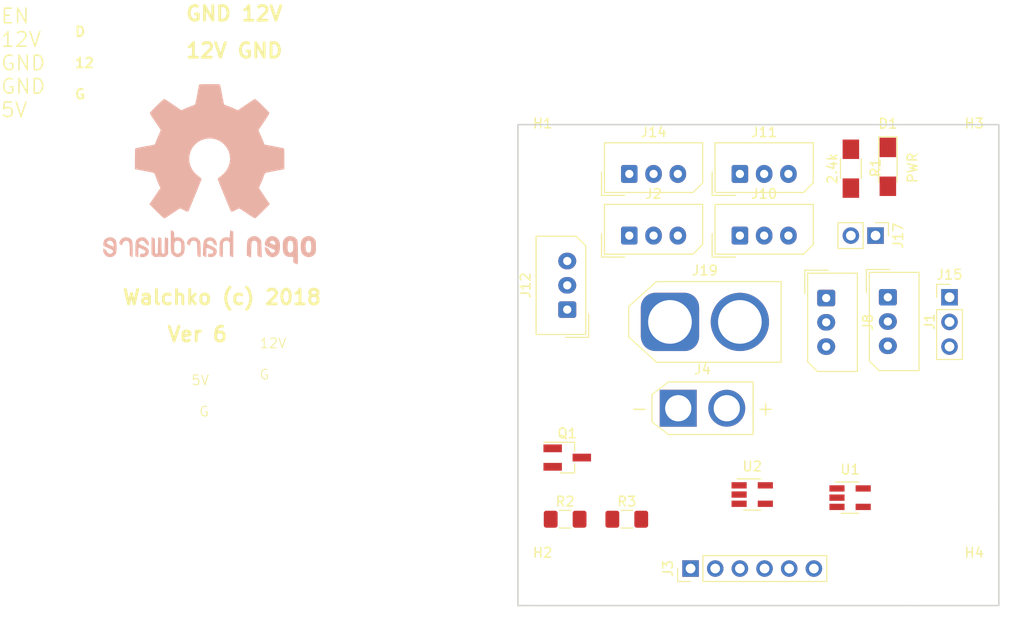
<source format=kicad_pcb>
(kicad_pcb (version 20171130) (host pcbnew 5.1.4-e60b266~84~ubuntu18.04.1)

  (general
    (thickness 1.6)
    (drawings 17)
    (tracks 0)
    (zones 0)
    (modules 24)
    (nets 11)
  )

  (page USLetter)
  (layers
    (0 F.Cu signal)
    (31 B.Cu signal)
    (32 B.Adhes user)
    (33 F.Adhes user)
    (34 B.Paste user)
    (35 F.Paste user)
    (36 B.SilkS user)
    (37 F.SilkS user)
    (38 B.Mask user)
    (39 F.Mask user)
    (40 Dwgs.User user)
    (41 Cmts.User user)
    (42 Eco1.User user)
    (43 Eco2.User user)
    (44 Edge.Cuts user)
    (45 Margin user)
    (46 B.CrtYd user)
    (47 F.CrtYd user)
    (48 B.Fab user)
    (49 F.Fab user)
  )

  (setup
    (last_trace_width 0.25)
    (user_trace_width 2)
    (trace_clearance 0.2)
    (zone_clearance 0.508)
    (zone_45_only no)
    (trace_min 0.2)
    (via_size 0.6)
    (via_drill 0.4)
    (via_min_size 0.4)
    (via_min_drill 0.3)
    (uvia_size 0.3)
    (uvia_drill 0.1)
    (uvias_allowed no)
    (uvia_min_size 0.2)
    (uvia_min_drill 0.1)
    (edge_width 0.15)
    (segment_width 0.2)
    (pcb_text_width 0.3)
    (pcb_text_size 1.5 1.5)
    (mod_edge_width 0.15)
    (mod_text_size 1 1)
    (mod_text_width 0.15)
    (pad_size 2.99974 2.99974)
    (pad_drill 1.50114)
    (pad_to_mask_clearance 0.2)
    (solder_mask_min_width 0.25)
    (aux_axis_origin 0 0)
    (visible_elements 7FFFFFFF)
    (pcbplotparams
      (layerselection 0x010f0_ffffffff)
      (usegerberextensions false)
      (usegerberattributes false)
      (usegerberadvancedattributes false)
      (creategerberjobfile false)
      (excludeedgelayer true)
      (linewidth 0.100000)
      (plotframeref false)
      (viasonmask false)
      (mode 1)
      (useauxorigin false)
      (hpglpennumber 1)
      (hpglpenspeed 20)
      (hpglpendiameter 15.000000)
      (psnegative false)
      (psa4output false)
      (plotreference true)
      (plotvalue true)
      (plotinvisibletext false)
      (padsonsilk false)
      (subtractmaskfromsilk false)
      (outputformat 1)
      (mirror false)
      (drillshape 0)
      (scaleselection 1)
      (outputdirectory "gerber/"))
  )

  (net 0 "")
  (net 1 DATA)
  (net 2 GND)
  (net 3 "Net-(D1-Pad1)")
  (net 4 +5V)
  (net 5 +12V)
  (net 6 TX)
  (net 7 RX)
  (net 8 DTR)
  (net 9 +3V3)
  (net 10 "Net-(Q1-Pad1)")

  (net_class Default "This is the default net class."
    (clearance 0.2)
    (trace_width 0.25)
    (via_dia 0.6)
    (via_drill 0.4)
    (uvia_dia 0.3)
    (uvia_drill 0.1)
    (add_net +12V)
    (add_net +3V3)
    (add_net +5V)
    (add_net DATA)
    (add_net DTR)
    (add_net GND)
    (add_net "Net-(D1-Pad1)")
    (add_net "Net-(Q1-Pad1)")
    (add_net RX)
    (add_net TX)
  )

  (module LEDs:LED_1206_HandSoldering (layer F.Cu) (tedit 5AFB17AC) (tstamp 5A933437)
    (at 147.32 64.04 270)
    (descr "LED SMD 1206, hand soldering")
    (tags "LED 1206")
    (path /5ACD24C2)
    (attr smd)
    (fp_text reference D1 (at -4.445 0 180) (layer F.SilkS)
      (effects (font (size 1 1) (thickness 0.15)))
    )
    (fp_text value PWR (at 0.095 -2.54 90) (layer F.SilkS)
      (effects (font (size 1 1) (thickness 0.15)))
    )
    (fp_line (start -3.1 -0.95) (end -3.1 0.95) (layer F.SilkS) (width 0.12))
    (fp_line (start -0.4 0) (end 0.2 -0.4) (layer F.Fab) (width 0.1))
    (fp_line (start 0.2 -0.4) (end 0.2 0.4) (layer F.Fab) (width 0.1))
    (fp_line (start 0.2 0.4) (end -0.4 0) (layer F.Fab) (width 0.1))
    (fp_line (start -0.45 -0.4) (end -0.45 0.4) (layer F.Fab) (width 0.1))
    (fp_line (start -1.6 0.8) (end -1.6 -0.8) (layer F.Fab) (width 0.1))
    (fp_line (start 1.6 0.8) (end -1.6 0.8) (layer F.Fab) (width 0.1))
    (fp_line (start 1.6 -0.8) (end 1.6 0.8) (layer F.Fab) (width 0.1))
    (fp_line (start -1.6 -0.8) (end 1.6 -0.8) (layer F.Fab) (width 0.1))
    (fp_line (start -3.1 0.95) (end 1.6 0.95) (layer F.SilkS) (width 0.12))
    (fp_line (start -3.1 -0.95) (end 1.6 -0.95) (layer F.SilkS) (width 0.12))
    (fp_line (start -3.25 -1.11) (end 3.25 -1.11) (layer F.CrtYd) (width 0.05))
    (fp_line (start -3.25 -1.11) (end -3.25 1.1) (layer F.CrtYd) (width 0.05))
    (fp_line (start 3.25 1.1) (end 3.25 -1.11) (layer F.CrtYd) (width 0.05))
    (fp_line (start 3.25 1.1) (end -3.25 1.1) (layer F.CrtYd) (width 0.05))
    (pad 1 smd rect (at -2 0 270) (size 2 1.7) (layers F.Cu F.Paste F.Mask)
      (net 3 "Net-(D1-Pad1)"))
    (pad 2 smd rect (at 2 0 270) (size 2 1.7) (layers F.Cu F.Paste F.Mask)
      (net 5 +12V))
    (model ${KISYS3DMOD}/LEDs.3dshapes/LED_1206.wrl
      (at (xyz 0 0 0))
      (scale (xyz 1 1 1))
      (rotate (xyz 0 0 180))
    )
  )

  (module Resistors_SMD:R_1206_HandSoldering (layer F.Cu) (tedit 5AFB17C4) (tstamp 5ACD02F1)
    (at 143.51 64.23 270)
    (descr "Resistor SMD 1206, hand soldering")
    (tags "resistor 1206")
    (path /5ACD2583)
    (attr smd)
    (fp_text reference R1 (at -0.095 -2.54 270) (layer F.SilkS)
      (effects (font (size 1 1) (thickness 0.15)))
    )
    (fp_text value 2.4k (at 0 1.905 90) (layer F.SilkS)
      (effects (font (size 1 1) (thickness 0.15)))
    )
    (fp_text user %R (at 0 0 90) (layer F.Fab)
      (effects (font (size 0.7 0.7) (thickness 0.105)))
    )
    (fp_line (start -1.6 0.8) (end -1.6 -0.8) (layer F.Fab) (width 0.1))
    (fp_line (start 1.6 0.8) (end -1.6 0.8) (layer F.Fab) (width 0.1))
    (fp_line (start 1.6 -0.8) (end 1.6 0.8) (layer F.Fab) (width 0.1))
    (fp_line (start -1.6 -0.8) (end 1.6 -0.8) (layer F.Fab) (width 0.1))
    (fp_line (start 1 1.07) (end -1 1.07) (layer F.SilkS) (width 0.12))
    (fp_line (start -1 -1.07) (end 1 -1.07) (layer F.SilkS) (width 0.12))
    (fp_line (start -3.25 -1.11) (end 3.25 -1.11) (layer F.CrtYd) (width 0.05))
    (fp_line (start -3.25 -1.11) (end -3.25 1.1) (layer F.CrtYd) (width 0.05))
    (fp_line (start 3.25 1.1) (end 3.25 -1.11) (layer F.CrtYd) (width 0.05))
    (fp_line (start 3.25 1.1) (end -3.25 1.1) (layer F.CrtYd) (width 0.05))
    (pad 1 smd rect (at -2 0 270) (size 2 1.7) (layers F.Cu F.Paste F.Mask)
      (net 3 "Net-(D1-Pad1)"))
    (pad 2 smd rect (at 2 0 270) (size 2 1.7) (layers F.Cu F.Paste F.Mask)
      (net 2 GND))
    (model ${KISYS3DMOD}/Resistors_SMD.3dshapes/R_1206.wrl
      (at (xyz 0 0 0))
      (scale (xyz 1 1 1))
      (rotate (xyz 0 0 0))
    )
  )

  (module Pin_Headers:Pin_Header_Straight_1x02_Pitch2.54mm (layer F.Cu) (tedit 59650532) (tstamp 5E53647C)
    (at 146.05 71.12 270)
    (descr "Through hole straight pin header, 1x02, 2.54mm pitch, single row")
    (tags "Through hole pin header THT 1x02 2.54mm single row")
    (path /5BFBD4E7)
    (fp_text reference J17 (at 0 -2.33 90) (layer F.SilkS)
      (effects (font (size 1 1) (thickness 0.15)))
    )
    (fp_text value 12V (at 0 4.87 90) (layer F.Fab)
      (effects (font (size 1 1) (thickness 0.15)))
    )
    (fp_line (start -0.635 -1.27) (end 1.27 -1.27) (layer F.Fab) (width 0.1))
    (fp_line (start 1.27 -1.27) (end 1.27 3.81) (layer F.Fab) (width 0.1))
    (fp_line (start 1.27 3.81) (end -1.27 3.81) (layer F.Fab) (width 0.1))
    (fp_line (start -1.27 3.81) (end -1.27 -0.635) (layer F.Fab) (width 0.1))
    (fp_line (start -1.27 -0.635) (end -0.635 -1.27) (layer F.Fab) (width 0.1))
    (fp_line (start -1.33 3.87) (end 1.33 3.87) (layer F.SilkS) (width 0.12))
    (fp_line (start -1.33 1.27) (end -1.33 3.87) (layer F.SilkS) (width 0.12))
    (fp_line (start 1.33 1.27) (end 1.33 3.87) (layer F.SilkS) (width 0.12))
    (fp_line (start -1.33 1.27) (end 1.33 1.27) (layer F.SilkS) (width 0.12))
    (fp_line (start -1.33 0) (end -1.33 -1.33) (layer F.SilkS) (width 0.12))
    (fp_line (start -1.33 -1.33) (end 0 -1.33) (layer F.SilkS) (width 0.12))
    (fp_line (start -1.8 -1.8) (end -1.8 4.35) (layer F.CrtYd) (width 0.05))
    (fp_line (start -1.8 4.35) (end 1.8 4.35) (layer F.CrtYd) (width 0.05))
    (fp_line (start 1.8 4.35) (end 1.8 -1.8) (layer F.CrtYd) (width 0.05))
    (fp_line (start 1.8 -1.8) (end -1.8 -1.8) (layer F.CrtYd) (width 0.05))
    (fp_text user %R (at 0 1.27) (layer F.Fab)
      (effects (font (size 1 1) (thickness 0.15)))
    )
    (pad 1 thru_hole rect (at 0 0 270) (size 1.7 1.7) (drill 1) (layers *.Cu *.Mask)
      (net 5 +12V))
    (pad 2 thru_hole oval (at 0 2.54 270) (size 1.7 1.7) (drill 1) (layers *.Cu *.Mask)
      (net 2 GND))
    (model ${KISYS3DMOD}/Pin_Headers.3dshapes/Pin_Header_Straight_1x02_Pitch2.54mm.wrl
      (at (xyz 0 0 0))
      (scale (xyz 1 1 1))
      (rotate (xyz 0 0 0))
    )
  )

  (module Symbol:OSHW-Logo2_24.3x20mm_SilkScreen (layer B.Cu) (tedit 0) (tstamp 5C255A94)
    (at 77.47 64.77 180)
    (descr "Open Source Hardware Symbol")
    (tags "Logo Symbol OSHW")
    (path /5BFF3E95)
    (attr virtual)
    (fp_text reference LOGO1 (at 0 0 180) (layer B.SilkS) hide
      (effects (font (size 1 1) (thickness 0.15)) (justify mirror))
    )
    (fp_text value Logo_Open_Hardware_Large (at 0.75 0 180) (layer B.Fab) hide
      (effects (font (size 1 1) (thickness 0.15)) (justify mirror))
    )
    (fp_poly (pts (xy -8.046834 -6.436506) (xy -7.860916 -6.529204) (xy -7.69682 -6.699885) (xy -7.651628 -6.763107)
      (xy -7.602396 -6.845834) (xy -7.570453 -6.935687) (xy -7.552178 -7.055608) (xy -7.543952 -7.228537)
      (xy -7.542145 -7.456835) (xy -7.550303 -7.769693) (xy -7.578659 -8.004598) (xy -7.633038 -8.179847)
      (xy -7.719263 -8.313738) (xy -7.843159 -8.424569) (xy -7.852263 -8.431131) (xy -7.974366 -8.498256)
      (xy -8.1214 -8.531467) (xy -8.308396 -8.539655) (xy -8.612387 -8.539655) (xy -8.612515 -8.834762)
      (xy -8.615344 -8.999117) (xy -8.632582 -9.095523) (xy -8.67763 -9.153343) (xy -8.763886 -9.201941)
      (xy -8.784601 -9.211869) (xy -8.881538 -9.258398) (xy -8.956593 -9.287786) (xy -9.012402 -9.290324)
      (xy -9.051603 -9.256302) (xy -9.076832 -9.176012) (xy -9.090728 -9.039743) (xy -9.095927 -8.837787)
      (xy -9.095066 -8.560434) (xy -9.090784 -8.197976) (xy -9.089447 -8.08956) (xy -9.084629 -7.715837)
      (xy -9.080313 -7.471369) (xy -8.612643 -7.471369) (xy -8.610015 -7.678877) (xy -8.598333 -7.814645)
      (xy -8.571903 -7.904192) (xy -8.525031 -7.973039) (xy -8.493207 -8.006618) (xy -8.363108 -8.104869)
      (xy -8.247921 -8.112866) (xy -8.129066 -8.03173) (xy -8.126053 -8.028736) (xy -8.077695 -7.96603)
      (xy -8.048278 -7.880808) (xy -8.03344 -7.749564) (xy -8.028819 -7.548793) (xy -8.028735 -7.504314)
      (xy -8.039902 -7.227639) (xy -8.076253 -7.035842) (xy -8.142059 -6.918757) (xy -8.241593 -6.866215)
      (xy -8.299119 -6.86092) (xy -8.435649 -6.885767) (xy -8.529298 -6.967581) (xy -8.58567 -7.11727)
      (xy -8.610367 -7.345743) (xy -8.612643 -7.471369) (xy -9.080313 -7.471369) (xy -9.079522 -7.426587)
      (xy -9.072922 -7.20897) (xy -9.063623 -7.050146) (xy -9.050423 -6.937274) (xy -9.032115 -6.857513)
      (xy -9.007497 -6.798023) (xy -8.975363 -6.745963) (xy -8.961585 -6.726373) (xy -8.778812 -6.541328)
      (xy -8.547724 -6.436412) (xy -8.28041 -6.407163) (xy -8.046834 -6.436506)) (layer B.SilkS) (width 0.01))
    (fp_poly (pts (xy -4.304284 -6.462865) (xy -4.148128 -6.55319) (xy -4.039559 -6.642845) (xy -3.960155 -6.736776)
      (xy -3.905454 -6.851646) (xy -3.87099 -7.004114) (xy -3.852299 -7.210844) (xy -3.844919 -7.488496)
      (xy -3.844061 -7.688086) (xy -3.844061 -8.422766) (xy -4.050862 -8.515472) (xy -4.257662 -8.608179)
      (xy -4.281992 -7.803492) (xy -4.292045 -7.502966) (xy -4.302591 -7.284835) (xy -4.315657 -7.134186)
      (xy -4.333271 -7.036107) (xy -4.357461 -6.975688) (xy -4.390254 -6.938016) (xy -4.400775 -6.929862)
      (xy -4.560187 -6.866178) (xy -4.721321 -6.891378) (xy -4.817241 -6.958238) (xy -4.856259 -7.005616)
      (xy -4.883267 -7.067787) (xy -4.900432 -7.162039) (xy -4.909918 -7.305657) (xy -4.913893 -7.515931)
      (xy -4.914559 -7.73507) (xy -4.91469 -8.009999) (xy -4.919397 -8.204602) (xy -4.935154 -8.335851)
      (xy -4.968433 -8.420718) (xy -5.025707 -8.476177) (xy -5.113447 -8.519201) (xy -5.230638 -8.563907)
      (xy -5.358632 -8.612571) (xy -5.343396 -7.74891) (xy -5.337261 -7.437565) (xy -5.330082 -7.207483)
      (xy -5.319795 -7.042614) (xy -5.30433 -6.926909) (xy -5.281621 -6.844316) (xy -5.249601 -6.778788)
      (xy -5.210997 -6.720974) (xy -5.024747 -6.536283) (xy -4.797479 -6.429481) (xy -4.550291 -6.403898)
      (xy -4.304284 -6.462865)) (layer B.SilkS) (width 0.01))
    (fp_poly (pts (xy -9.919632 -6.443358) (xy -9.691564 -6.56328) (xy -9.523248 -6.756278) (xy -9.463459 -6.880355)
      (xy -9.416934 -7.066653) (xy -9.393118 -7.302045) (xy -9.39086 -7.558952) (xy -9.409008 -7.809799)
      (xy -9.446411 -8.027009) (xy -9.501916 -8.183005) (xy -9.518975 -8.209871) (xy -9.72103 -8.410415)
      (xy -9.961022 -8.530529) (xy -10.221434 -8.56568) (xy -10.484753 -8.511337) (xy -10.558033 -8.478756)
      (xy -10.700739 -8.378353) (xy -10.825986 -8.245225) (xy -10.837823 -8.228341) (xy -10.885935 -8.146969)
      (xy -10.917738 -8.059984) (xy -10.936526 -7.945475) (xy -10.945592 -7.78153) (xy -10.948229 -7.54624)
      (xy -10.948275 -7.493487) (xy -10.948154 -7.476699) (xy -10.461685 -7.476699) (xy -10.458854 -7.698761)
      (xy -10.447712 -7.846123) (xy -10.424291 -7.941308) (xy -10.384619 -8.006837) (xy -10.364367 -8.028736)
      (xy -10.24794 -8.111953) (xy -10.134902 -8.108158) (xy -10.020609 -8.035973) (xy -9.952441 -7.958911)
      (xy -9.91207 -7.846429) (xy -9.889398 -7.669055) (xy -9.887843 -7.648367) (xy -9.883973 -7.326911)
      (xy -9.924417 -7.088167) (xy -10.008626 -6.9336) (xy -10.136053 -6.864678) (xy -10.18154 -6.86092)
      (xy -10.300981 -6.879821) (xy -10.382683 -6.945306) (xy -10.432637 -7.070544) (xy -10.456834 -7.268704)
      (xy -10.461685 -7.476699) (xy -10.948154 -7.476699) (xy -10.946463 -7.242765) (xy -10.938853 -7.067582)
      (xy -10.922186 -6.946191) (xy -10.893201 -6.856847) (xy -10.84864 -6.777803) (xy -10.838793 -6.763107)
      (xy -10.67328 -6.565011) (xy -10.49293 -6.450014) (xy -10.273365 -6.404365) (xy -10.198805 -6.402135)
      (xy -9.919632 -6.443358)) (layer B.SilkS) (width 0.01))
    (fp_poly (pts (xy -6.140747 -6.474461) (xy -5.948903 -6.603519) (xy -5.800648 -6.789915) (xy -5.712084 -7.027109)
      (xy -5.694172 -7.201691) (xy -5.696206 -7.274544) (xy -5.71324 -7.330324) (xy -5.760064 -7.380298)
      (xy -5.851473 -7.435733) (xy -6.002258 -7.507896) (xy -6.227213 -7.608055) (xy -6.228352 -7.608558)
      (xy -6.435415 -7.703396) (xy -6.605212 -7.787609) (xy -6.720388 -7.852133) (xy -6.76359 -7.8879)
      (xy -6.763601 -7.888188) (xy -6.725525 -7.966074) (xy -6.636484 -8.051924) (xy -6.534263 -8.113769)
      (xy -6.482474 -8.126054) (xy -6.341184 -8.083564) (xy -6.219512 -7.977152) (xy -6.160145 -7.860156)
      (xy -6.103033 -7.773905) (xy -5.991161 -7.675681) (xy -5.859654 -7.590827) (xy -5.743632 -7.544681)
      (xy -5.719371 -7.542146) (xy -5.692062 -7.583868) (xy -5.690416 -7.690519) (xy -5.710486 -7.834321)
      (xy -5.748322 -7.987501) (xy -5.799977 -8.122283) (xy -5.802586 -8.127516) (xy -5.958031 -8.344557)
      (xy -6.159493 -8.492185) (xy -6.388288 -8.564644) (xy -6.625733 -8.556177) (xy -6.853146 -8.461027)
      (xy -6.863257 -8.454337) (xy -7.04215 -8.292211) (xy -7.15978 -8.080682) (xy -7.224877 -7.802543)
      (xy -7.233613 -7.724398) (xy -7.249086 -7.355549) (xy -7.230537 -7.183541) (xy -6.763601 -7.183541)
      (xy -6.757534 -7.290838) (xy -6.724351 -7.322152) (xy -6.641623 -7.298725) (xy -6.511221 -7.243348)
      (xy -6.365457 -7.173932) (xy -6.361834 -7.172094) (xy -6.238283 -7.107108) (xy -6.188697 -7.06374)
      (xy -6.200925 -7.018275) (xy -6.252412 -6.958536) (xy -6.383399 -6.872085) (xy -6.524462 -6.865733)
      (xy -6.650995 -6.928649) (xy -6.738392 -7.050003) (xy -6.763601 -7.183541) (xy -7.230537 -7.183541)
      (xy -7.21726 -7.060435) (xy -7.135609 -6.826382) (xy -7.021939 -6.662413) (xy -6.816775 -6.496716)
      (xy -6.590786 -6.414519) (xy -6.360075 -6.409281) (xy -6.140747 -6.474461)) (layer B.SilkS) (width 0.01))
    (fp_poly (pts (xy -2.092337 -6.206429) (xy -2.078077 -6.405313) (xy -2.061698 -6.522511) (xy -2.039002 -6.573632)
      (xy -2.005788 -6.574286) (xy -1.995019 -6.568183) (xy -1.851767 -6.523997) (xy -1.665425 -6.526577)
      (xy -1.475976 -6.571999) (xy -1.357483 -6.630759) (xy -1.235991 -6.724631) (xy -1.147177 -6.830865)
      (xy -1.086208 -6.96585) (xy -1.04825 -7.145976) (xy -1.028468 -7.387633) (xy -1.02203 -7.707211)
      (xy -1.021914 -7.768516) (xy -1.021839 -8.457147) (xy -1.175077 -8.510566) (xy -1.283913 -8.546908)
      (xy -1.343626 -8.563828) (xy -1.345383 -8.563985) (xy -1.351264 -8.5181) (xy -1.356268 -8.391539)
      (xy -1.360016 -8.200941) (xy -1.362127 -7.962948) (xy -1.362452 -7.818252) (xy -1.363129 -7.532955)
      (xy -1.366614 -7.32848) (xy -1.375088 -7.188334) (xy -1.390734 -7.096023) (xy -1.415731 -7.035053)
      (xy -1.452262 -6.988931) (xy -1.475071 -6.96672) (xy -1.631751 -6.877214) (xy -1.802726 -6.870511)
      (xy -1.95785 -6.946208) (xy -1.986537 -6.973539) (xy -2.028613 -7.024929) (xy -2.057799 -7.085886)
      (xy -2.076429 -7.174025) (xy -2.086839 -7.306961) (xy -2.091363 -7.502309) (xy -2.092337 -7.771652)
      (xy -2.092337 -8.457147) (xy -2.245575 -8.510566) (xy -2.354411 -8.546908) (xy -2.414124 -8.563828)
      (xy -2.415881 -8.563985) (xy -2.420375 -8.517414) (xy -2.424425 -8.386051) (xy -2.42787 -8.182422)
      (xy -2.430547 -7.919054) (xy -2.432294 -7.608471) (xy -2.432949 -7.263201) (xy -2.43295 -7.247843)
      (xy -2.43295 -5.931701) (xy -2.116666 -5.798289) (xy -2.092337 -6.206429)) (layer B.SilkS) (width 0.01))
    (fp_poly (pts (xy 0.133241 -6.540601) (xy 0.323905 -6.611403) (xy 0.326086 -6.612764) (xy 0.444006 -6.69955)
      (xy 0.53106 -6.800973) (xy 0.592286 -6.933145) (xy 0.632723 -7.112182) (xy 0.657409 -7.354195)
      (xy 0.671382 -7.675299) (xy 0.672607 -7.721048) (xy 0.6902 -8.410869) (xy 0.542152 -8.487427)
      (xy 0.43503 -8.539163) (xy 0.370351 -8.563678) (xy 0.367359 -8.563985) (xy 0.356166 -8.518751)
      (xy 0.347275 -8.396736) (xy 0.341806 -8.218468) (xy 0.340613 -8.074116) (xy 0.340586 -7.840271)
      (xy 0.329896 -7.693419) (xy 0.292633 -7.623376) (xy 0.212888 -7.619958) (xy 0.074749 -7.672983)
      (xy -0.133812 -7.770454) (xy -0.287171 -7.851409) (xy -0.366048 -7.921644) (xy -0.389236 -7.998194)
      (xy -0.389272 -8.001982) (xy -0.351007 -8.133852) (xy -0.237717 -8.205091) (xy -0.064336 -8.21541)
      (xy 0.06055 -8.21362) (xy 0.126399 -8.249589) (xy 0.167464 -8.335985) (xy 0.191099 -8.446054)
      (xy 0.157039 -8.508508) (xy 0.144214 -8.517446) (xy 0.023472 -8.553343) (xy -0.145612 -8.558426)
      (xy -0.319739 -8.534631) (xy -0.443124 -8.491147) (xy -0.613713 -8.346309) (xy -0.710681 -8.144694)
      (xy -0.729885 -7.98718) (xy -0.71523 -7.845104) (xy -0.662199 -7.729127) (xy -0.557194 -7.626121)
      (xy -0.386614 -7.522954) (xy -0.136862 -7.406496) (xy -0.121647 -7.399914) (xy 0.103329 -7.295981)
      (xy 0.242157 -7.210743) (xy 0.301662 -7.134147) (xy 0.288672 -7.056139) (xy 0.210012 -6.966664)
      (xy 0.18649 -6.946073) (xy 0.028933 -6.866236) (xy -0.134323 -6.869597) (xy -0.276505 -6.947874)
      (xy -0.37084 -7.092781) (xy -0.379605 -7.121224) (xy -0.464962 -7.259174) (xy -0.573271 -7.32562)
      (xy -0.729885 -7.391471) (xy -0.729885 -7.221097) (xy -0.682244 -6.973454) (xy -0.540841 -6.746307)
      (xy -0.467258 -6.670318) (xy -0.299991 -6.57279) (xy -0.087274 -6.52864) (xy 0.133241 -6.540601)) (layer B.SilkS) (width 0.01))
    (fp_poly (pts (xy 1.776572 -6.536534) (xy 1.997609 -6.618099) (xy 2.176683 -6.762366) (xy 2.24672 -6.86392)
      (xy 2.323071 -7.050268) (xy 2.321485 -7.18501) (xy 2.241347 -7.275631) (xy 2.211696 -7.29104)
      (xy 2.083674 -7.339084) (xy 2.018294 -7.326776) (xy 1.996148 -7.246098) (xy 1.99502 -7.201533)
      (xy 1.954477 -7.037581) (xy 1.848802 -6.922891) (xy 1.701924 -6.867497) (xy 1.537773 -6.881435)
      (xy 1.404337 -6.953827) (xy 1.359269 -6.99512) (xy 1.327323 -7.045216) (xy 1.305744 -7.120942)
      (xy 1.291773 -7.239128) (xy 1.282655 -7.4166) (xy 1.275631 -7.670186) (xy 1.273812 -7.750479)
      (xy 1.267178 -8.025158) (xy 1.259636 -8.218481) (xy 1.248325 -8.346388) (xy 1.230385 -8.424822)
      (xy 1.202955 -8.469725) (xy 1.163177 -8.497038) (xy 1.13771 -8.509105) (xy 1.029556 -8.550367)
      (xy 0.96589 -8.563985) (xy 0.944854 -8.518505) (xy 0.932013 -8.381006) (xy 0.9273 -8.149902)
      (xy 0.930644 -7.823604) (xy 0.931686 -7.773276) (xy 0.939035 -7.475581) (xy 0.947726 -7.258205)
      (xy 0.960092 -7.104153) (xy 0.97847 -6.99643) (xy 1.005195 -6.918042) (xy 1.042602 -6.851994)
      (xy 1.06217 -6.823691) (xy 1.174366 -6.698467) (xy 1.29985 -6.601063) (xy 1.315213 -6.592561)
      (xy 1.540223 -6.525433) (xy 1.776572 -6.536534)) (layer B.SilkS) (width 0.01))
    (fp_poly (pts (xy 3.989857 -6.924093) (xy 3.989239 -7.287769) (xy 3.986847 -7.567532) (xy 3.981671 -7.776784)
      (xy 3.972704 -7.928926) (xy 3.958936 -8.037359) (xy 3.939361 -8.115485) (xy 3.912968 -8.176707)
      (xy 3.892984 -8.211652) (xy 3.727483 -8.401157) (xy 3.517648 -8.519942) (xy 3.285486 -8.562564)
      (xy 3.053008 -8.523583) (xy 2.914572 -8.453532) (xy 2.769242 -8.332353) (xy 2.670195 -8.184354)
      (xy 2.610435 -7.990534) (xy 2.582969 -7.731892) (xy 2.579079 -7.542146) (xy 2.579603 -7.52851)
      (xy 2.919541 -7.52851) (xy 2.921617 -7.746096) (xy 2.93113 -7.890134) (xy 2.953008 -7.984364)
      (xy 2.992176 -8.052523) (xy 3.038976 -8.103936) (xy 3.196146 -8.203175) (xy 3.3649 -8.211653)
      (xy 3.524393 -8.128799) (xy 3.536807 -8.117572) (xy 3.589791 -8.059171) (xy 3.623014 -7.989686)
      (xy 3.641 -7.88627) (xy 3.648275 -7.726073) (xy 3.649426 -7.548965) (xy 3.646932 -7.326467)
      (xy 3.636608 -7.178037) (xy 3.614191 -7.080489) (xy 3.575418 -7.010637) (xy 3.543626 -6.973539)
      (xy 3.395939 -6.879975) (xy 3.225846 -6.868725) (xy 3.063492 -6.94019) (xy 3.03216 -6.96672)
      (xy 2.978822 -7.025636) (xy 2.945531 -7.095837) (xy 2.927656 -7.200418) (xy 2.920566 -7.362479)
      (xy 2.919541 -7.52851) (xy 2.579603 -7.52851) (xy 2.59084 -7.236579) (xy 2.630787 -7.006993)
      (xy 2.705913 -6.834387) (xy 2.823214 -6.69976) (xy 2.914572 -6.630759) (xy 3.080627 -6.556214)
      (xy 3.273092 -6.521613) (xy 3.451999 -6.530875) (xy 3.552108 -6.568238) (xy 3.591393 -6.578872)
      (xy 3.617461 -6.539225) (xy 3.635658 -6.432981) (xy 3.649426 -6.271145) (xy 3.664499 -6.090902)
      (xy 3.685436 -5.982458) (xy 3.723532 -5.920446) (xy 3.790085 -5.879499) (xy 3.831897 -5.861366)
      (xy 3.990039 -5.79512) (xy 3.989857 -6.924093)) (layer B.SilkS) (width 0.01))
    (fp_poly (pts (xy 5.966873 -6.5664) (xy 5.974299 -6.694422) (xy 5.980118 -6.888985) (xy 5.983859 -7.134702)
      (xy 5.985058 -7.392426) (xy 5.985058 -8.264545) (xy 5.831075 -8.418528) (xy 5.724963 -8.513412)
      (xy 5.631816 -8.551845) (xy 5.504504 -8.549413) (xy 5.453968 -8.543223) (xy 5.296017 -8.52521)
      (xy 5.165371 -8.514888) (xy 5.133525 -8.513935) (xy 5.026166 -8.520171) (xy 4.872619 -8.535824)
      (xy 4.813083 -8.543223) (xy 4.666857 -8.554668) (xy 4.568589 -8.529808) (xy 4.47115 -8.453058)
      (xy 4.435976 -8.418528) (xy 4.281993 -8.264545) (xy 4.281993 -6.633246) (xy 4.40593 -6.576776)
      (xy 4.51265 -6.53495) (xy 4.575087 -6.520307) (xy 4.591096 -6.566583) (xy 4.606058 -6.695884)
      (xy 4.618978 -6.893914) (xy 4.628857 -7.14638) (xy 4.633622 -7.359675) (xy 4.646935 -8.199042)
      (xy 4.76308 -8.215464) (xy 4.868716 -8.203982) (xy 4.920477 -8.166805) (xy 4.934945 -8.097298)
      (xy 4.947298 -7.94924) (xy 4.956552 -7.741391) (xy 4.961728 -7.492512) (xy 4.962474 -7.364435)
      (xy 4.963219 -6.627145) (xy 5.116457 -6.573726) (xy 5.224916 -6.537406) (xy 5.283913 -6.520468)
      (xy 5.285614 -6.520307) (xy 5.291533 -6.566349) (xy 5.298039 -6.694018) (xy 5.304586 -6.887632)
      (xy 5.310627 -7.131507) (xy 5.314848 -7.359675) (xy 5.328161 -8.199042) (xy 5.620115 -8.199042)
      (xy 5.633513 -7.433275) (xy 5.64691 -6.667508) (xy 5.789238 -6.593908) (xy 5.894322 -6.543366)
      (xy 5.956517 -6.520431) (xy 5.958312 -6.520307) (xy 5.966873 -6.5664)) (layer B.SilkS) (width 0.01))
    (fp_poly (pts (xy 7.190678 -6.558594) (xy 7.330782 -6.622323) (xy 7.44075 -6.699543) (xy 7.521324 -6.785887)
      (xy 7.576954 -6.897272) (xy 7.612089 -7.049616) (xy 7.631179 -7.258835) (xy 7.638672 -7.540846)
      (xy 7.639464 -7.726555) (xy 7.639464 -8.451046) (xy 7.515527 -8.507515) (xy 7.41791 -8.548787)
      (xy 7.36955 -8.563985) (xy 7.360298 -8.518762) (xy 7.352958 -8.396824) (xy 7.348464 -8.218772)
      (xy 7.34751 -8.077395) (xy 7.34341 -7.873146) (xy 7.332354 -7.711113) (xy 7.316211 -7.611891)
      (xy 7.303387 -7.590805) (xy 7.217186 -7.612338) (xy 7.081862 -7.667566) (xy 6.92517 -7.742436)
      (xy 6.774863 -7.822892) (xy 6.658693 -7.89488) (xy 6.604413 -7.944346) (xy 6.604198 -7.944881)
      (xy 6.608867 -8.036428) (xy 6.650732 -8.12382) (xy 6.724235 -8.194802) (xy 6.831516 -8.218543)
      (xy 6.923202 -8.215777) (xy 7.053058 -8.213741) (xy 7.121221 -8.244164) (xy 7.162159 -8.324543)
      (xy 7.167321 -8.3397) (xy 7.185067 -8.454331) (xy 7.137609 -8.523934) (xy 7.013907 -8.557105)
      (xy 6.880281 -8.56324) (xy 6.639817 -8.517763) (xy 6.515338 -8.452817) (xy 6.361605 -8.300246)
      (xy 6.280073 -8.112971) (xy 6.272756 -7.915085) (xy 6.341669 -7.730685) (xy 6.445328 -7.615134)
      (xy 6.548823 -7.550442) (xy 6.711492 -7.468542) (xy 6.901054 -7.385486) (xy 6.93265 -7.372795)
      (xy 7.140869 -7.280908) (xy 7.260898 -7.199923) (xy 7.299501 -7.119413) (xy 7.26344 -7.02895)
      (xy 7.201533 -6.958238) (xy 7.055213 -6.87117) (xy 6.894217 -6.86464) (xy 6.746573 -6.931735)
      (xy 6.64031 -7.065544) (xy 6.626362 -7.100067) (xy 6.54516 -7.227042) (xy 6.426608 -7.321309)
      (xy 6.277012 -7.398668) (xy 6.277012 -7.179307) (xy 6.285817 -7.04528) (xy 6.32357 -6.939644)
      (xy 6.407279 -6.826939) (xy 6.487636 -6.740127) (xy 6.612591 -6.617204) (xy 6.709677 -6.551171)
      (xy 6.813954 -6.524684) (xy 6.931989 -6.520307) (xy 7.190678 -6.558594)) (layer B.SilkS) (width 0.01))
    (fp_poly (pts (xy 8.892816 -6.566697) (xy 8.950976 -6.592116) (xy 9.089795 -6.702059) (xy 9.208505 -6.86103)
      (xy 9.281921 -7.030677) (xy 9.29387 -7.114313) (xy 9.253809 -7.231078) (xy 9.165935 -7.292862)
      (xy 9.071718 -7.330273) (xy 9.028577 -7.337167) (xy 9.007571 -7.287138) (xy 8.96609 -7.178269)
      (xy 8.947892 -7.129076) (xy 8.845848 -6.958913) (xy 8.698103 -6.874038) (xy 8.508655 -6.876648)
      (xy 8.494623 -6.879991) (xy 8.393481 -6.927945) (xy 8.319124 -7.021432) (xy 8.268338 -7.171939)
      (xy 8.237908 -7.390951) (xy 8.224618 -7.689956) (xy 8.223372 -7.849056) (xy 8.222754 -8.099855)
      (xy 8.218705 -8.270825) (xy 8.207933 -8.379454) (xy 8.187147 -8.44323) (xy 8.153055 -8.479643)
      (xy 8.102365 -8.506179) (xy 8.099435 -8.507515) (xy 8.001818 -8.548787) (xy 7.953458 -8.563985)
      (xy 7.946027 -8.518037) (xy 7.939666 -8.391034) (xy 7.934832 -8.199235) (xy 7.931985 -7.958902)
      (xy 7.931418 -7.783024) (xy 7.934313 -7.442688) (xy 7.945637 -7.184495) (xy 7.969346 -6.993374)
      (xy 8.009397 -6.854253) (xy 8.069747 -6.75206) (xy 8.154353 -6.671724) (xy 8.237899 -6.615655)
      (xy 8.438791 -6.541032) (xy 8.672596 -6.524202) (xy 8.892816 -6.566697)) (layer B.SilkS) (width 0.01))
    (fp_poly (pts (xy 10.572399 -6.594233) (xy 10.764917 -6.720057) (xy 10.857774 -6.832696) (xy 10.93134 -7.037092)
      (xy 10.937183 -7.19883) (xy 10.923947 -7.415094) (xy 10.425192 -7.633398) (xy 10.182685 -7.74493)
      (xy 10.024229 -7.83465) (xy 9.941836 -7.912361) (xy 9.927518 -7.987867) (xy 9.973287 -8.070971)
      (xy 10.023755 -8.126054) (xy 10.170605 -8.214389) (xy 10.330328 -8.220579) (xy 10.47702 -8.151735)
      (xy 10.584781 -8.014972) (xy 10.604055 -7.96668) (xy 10.696376 -7.815848) (xy 10.802588 -7.751567)
      (xy 10.948276 -7.696576) (xy 10.948276 -7.905057) (xy 10.935396 -8.046926) (xy 10.884943 -8.166563)
      (xy 10.779197 -8.303927) (xy 10.76348 -8.321777) (xy 10.645855 -8.443986) (xy 10.544746 -8.50957)
      (xy 10.41825 -8.539742) (xy 10.313384 -8.549623) (xy 10.125811 -8.552085) (xy 9.992284 -8.520892)
      (xy 9.908983 -8.474579) (xy 9.778063 -8.372735) (xy 9.687439 -8.262591) (xy 9.630087 -8.124069)
      (xy 9.59898 -7.93709) (xy 9.587094 -7.681577) (xy 9.586145 -7.551894) (xy 9.589371 -7.396421)
      (xy 9.883166 -7.396421) (xy 9.886573 -7.479827) (xy 9.895066 -7.493487) (xy 9.95111 -7.474931)
      (xy 10.071718 -7.425822) (xy 10.232913 -7.356002) (xy 10.266622 -7.340995) (xy 10.470339 -7.237404)
      (xy 10.582579 -7.146359) (xy 10.607247 -7.061081) (xy 10.548245 -6.974794) (xy 10.499518 -6.936667)
      (xy 10.323694 -6.860417) (xy 10.159127 -6.873014) (xy 10.021354 -6.966086) (xy 9.925913 -7.131256)
      (xy 9.895314 -7.262357) (xy 9.883166 -7.396421) (xy 9.589371 -7.396421) (xy 9.592432 -7.248919)
      (xy 9.615599 -7.024756) (xy 9.66149 -6.861526) (xy 9.735954 -6.741352) (xy 9.844836 -6.646355)
      (xy 9.892305 -6.615655) (xy 10.107938 -6.535703) (xy 10.344021 -6.530672) (xy 10.572399 -6.594233)) (layer B.SilkS) (width 0.01))
    (fp_poly (pts (xy 0.348357 9.245003) (xy 0.611677 9.243561) (xy 0.802246 9.239658) (xy 0.932345 9.232063)
      (xy 1.014257 9.21955) (xy 1.060266 9.200889) (xy 1.082653 9.174852) (xy 1.093702 9.140212)
      (xy 1.094776 9.135728) (xy 1.111559 9.054811) (xy 1.142625 8.895158) (xy 1.184742 8.673762)
      (xy 1.234679 8.407615) (xy 1.289203 8.11371) (xy 1.291107 8.103388) (xy 1.345723 7.815364)
      (xy 1.396822 7.560885) (xy 1.441106 7.355215) (xy 1.475279 7.213615) (xy 1.496043 7.15135)
      (xy 1.497033 7.150247) (xy 1.558199 7.119841) (xy 1.68431 7.069172) (xy 1.848131 7.009178)
      (xy 1.849043 7.008858) (xy 2.055388 6.931296) (xy 2.29866 6.832493) (xy 2.527969 6.733152)
      (xy 2.538822 6.72824) (xy 2.912317 6.558724) (xy 3.739365 7.123505) (xy 3.993077 7.29568)
      (xy 4.222902 7.449605) (xy 4.415525 7.576526) (xy 4.557632 7.667691) (xy 4.635907 7.714345)
      (xy 4.64334 7.717805) (xy 4.700224 7.7024) (xy 4.806469 7.628073) (xy 4.966219 7.491319)
      (xy 5.183616 7.288632) (xy 5.405548 7.072992) (xy 5.619491 6.860497) (xy 5.810969 6.66659)
      (xy 5.968455 6.503246) (xy 6.080422 6.382439) (xy 6.135343 6.316145) (xy 6.137386 6.312732)
      (xy 6.143458 6.267239) (xy 6.120584 6.192944) (xy 6.063115 6.079814) (xy 5.965399 5.917815)
      (xy 5.821784 5.696914) (xy 5.630333 5.41254) (xy 5.460423 5.162241) (xy 5.308538 4.93775)
      (xy 5.183455 4.7521) (xy 5.093949 4.618325) (xy 5.0488 4.549458) (xy 5.045958 4.544782)
      (xy 5.05147 4.478799) (xy 5.093255 4.350552) (xy 5.162997 4.18428) (xy 5.187854 4.131181)
      (xy 5.296311 3.894623) (xy 5.41202 3.626211) (xy 5.506015 3.393965) (xy 5.573745 3.221593)
      (xy 5.627543 3.090597) (xy 5.658631 3.022133) (xy 5.662496 3.016858) (xy 5.719671 3.00812)
      (xy 5.854448 2.984177) (xy 6.048906 2.948438) (xy 6.285125 2.904311) (xy 6.545184 2.855205)
      (xy 6.811163 2.804528) (xy 7.065143 2.755687) (xy 7.289201 2.712091) (xy 7.46542 2.677149)
      (xy 7.575877 2.654268) (xy 7.60297 2.647799) (xy 7.630956 2.631833) (xy 7.652081 2.595773)
      (xy 7.667297 2.527448) (xy 7.677553 2.414685) (xy 7.6838 2.245314) (xy 7.686988 2.007162)
      (xy 7.688067 1.688058) (xy 7.688123 1.557259) (xy 7.688123 0.493489) (xy 7.432663 0.443067)
      (xy 7.290537 0.415727) (xy 7.07845 0.375818) (xy 6.822193 0.328155) (xy 6.547558 0.277554)
      (xy 6.471648 0.263656) (xy 6.218221 0.214383) (xy 5.997447 0.16593) (xy 5.827857 0.122785)
      (xy 5.72798 0.089437) (xy 5.711343 0.079498) (xy 5.670489 0.009109) (xy 5.611913 -0.127283)
      (xy 5.546955 -0.302805) (xy 5.534071 -0.340613) (xy 5.448934 -0.57503) (xy 5.343256 -0.839524)
      (xy 5.23984 -1.077041) (xy 5.23933 -1.078144) (xy 5.067112 -1.450733) (xy 5.633524 -2.283893)
      (xy 6.199935 -3.117053) (xy 5.472702 -3.8455) (xy 5.252748 -4.062302) (xy 5.052132 -4.253414)
      (xy 4.882122 -4.408636) (xy 4.753985 -4.517764) (xy 4.678989 -4.570595) (xy 4.668231 -4.573947)
      (xy 4.605067 -4.547549) (xy 4.47618 -4.47416) (xy 4.295649 -4.362484) (xy 4.077554 -4.221224)
      (xy 3.841754 -4.063027) (xy 3.602436 -3.901664) (xy 3.389059 -3.761252) (xy 3.215175 -3.650431)
      (xy 3.094334 -3.577838) (xy 3.040263 -3.552108) (xy 2.974294 -3.57388) (xy 2.849198 -3.631251)
      (xy 2.69078 -3.7123) (xy 2.673987 -3.721309) (xy 2.460652 -3.8283) (xy 2.314364 -3.880772)
      (xy 2.22338 -3.88133) (xy 2.175959 -3.83258) (xy 2.175683 -3.831897) (xy 2.15198 -3.774164)
      (xy 2.095449 -3.637115) (xy 2.010474 -3.431357) (xy 1.901438 -3.167498) (xy 1.772724 -2.856144)
      (xy 1.628715 -2.507904) (xy 1.489251 -2.170744) (xy 1.33598 -1.798666) (xy 1.195251 -1.453987)
      (xy 1.071282 -1.147271) (xy 0.968291 -0.889085) (xy 0.890496 -0.689994) (xy 0.842114 -0.560565)
      (xy 0.827204 -0.512261) (xy 0.864594 -0.45685) (xy 0.962398 -0.368538) (xy 1.092815 -0.271174)
      (xy 1.464223 0.036747) (xy 1.75453 0.389696) (xy 1.960256 0.780239) (xy 2.077923 1.200943)
      (xy 2.104051 1.644371) (xy 2.08506 1.849042) (xy 1.981583 2.273677) (xy 1.803373 2.648664)
      (xy 1.561482 2.970304) (xy 1.266963 3.234899) (xy 0.930871 3.43875) (xy 0.564258 3.578158)
      (xy 0.178177 3.649426) (xy -0.216319 3.648855) (xy -0.608175 3.572746) (xy -0.98634 3.417401)
      (xy -1.33976 3.179121) (xy -1.487273 3.044361) (xy -1.770184 2.698321) (xy -1.967168 2.320174)
      (xy -2.079536 1.920945) (xy -2.108599 1.511655) (xy -2.055669 1.103328) (xy -1.922057 0.706987)
      (xy -1.709075 0.333655) (xy -1.418034 -0.005645) (xy -1.092814 -0.271174) (xy -0.957348 -0.372671)
      (xy -0.861651 -0.460025) (xy -0.827203 -0.512343) (xy -0.84524 -0.569398) (xy -0.896538 -0.705698)
      (xy -0.976876 -0.910678) (xy -1.082036 -1.173772) (xy -1.207796 -1.484416) (xy -1.349937 -1.832043)
      (xy -1.489635 -2.170826) (xy -1.643759 -2.543222) (xy -1.786518 -2.888307) (xy -1.913529 -3.195477)
      (xy -2.020411 -3.454125) (xy -2.10278 -3.653647) (xy -2.156253 -3.783435) (xy -2.176067 -3.831897)
      (xy -2.222876 -3.881129) (xy -2.313417 -3.880985) (xy -2.459342 -3.828877) (xy -2.672302 -3.722216)
      (xy -2.673986 -3.721309) (xy -2.83433 -3.638536) (xy -2.963948 -3.578242) (xy -3.037037 -3.552346)
      (xy -3.040263 -3.552108) (xy -3.095284 -3.578374) (xy -3.216757 -3.651416) (xy -3.391129 -3.762595)
      (xy -3.60485 -3.903273) (xy -3.841753 -4.063027) (xy -4.082945 -4.224779) (xy -4.300326 -4.36545)
      (xy -4.479816 -4.476335) (xy -4.607336 -4.54873) (xy -4.66823 -4.573947) (xy -4.724303 -4.540803)
      (xy -4.83704 -4.448173) (xy -4.995177 -4.306257) (xy -5.187449 -4.125255) (xy -5.402591 -3.915369)
      (xy -5.472952 -3.845249) (xy -6.200434 -3.116552) (xy -5.646705 -2.3039) (xy -5.478423 -2.054342)
      (xy -5.330729 -1.830366) (xy -5.21191 -1.644949) (xy -5.13025 -1.511065) (xy -5.094036 -1.44169)
      (xy -5.092975 -1.436755) (xy -5.112067 -1.371364) (xy -5.163418 -1.239825) (xy -5.23814 -1.064181)
      (xy -5.290588 -0.946591) (xy -5.388654 -0.721461) (xy -5.481007 -0.494015) (xy -5.552606 -0.301839)
      (xy -5.572056 -0.243295) (xy -5.627314 -0.086956) (xy -5.681331 0.033842) (xy -5.711001 0.079498)
      (xy -5.776476 0.107439) (xy -5.919376 0.147049) (xy -6.121161 0.193838) (xy -6.363288 0.243317)
      (xy -6.471647 0.263656) (xy -6.746811 0.314219) (xy -7.010746 0.363178) (xy -7.237659 0.405719)
      (xy -7.401761 0.437025) (xy -7.432662 0.443067) (xy -7.688122 0.493489) (xy -7.688122 1.557259)
      (xy -7.687548 1.90705) (xy -7.685193 2.1717) (xy -7.680107 2.363378) (xy -7.671339 2.494256)
      (xy -7.657938 2.576507) (xy -7.638954 2.622302) (xy -7.613438 2.643812) (xy -7.602969 2.647799)
      (xy -7.539826 2.661944) (xy -7.400325 2.690166) (xy -7.202389 2.729057) (xy -6.963935 2.775208)
      (xy -6.702886 2.825212) (xy -6.437161 2.875659) (xy -6.184681 2.923142) (xy -5.963365 2.964252)
      (xy -5.791134 2.995581) (xy -5.685908 3.013722) (xy -5.662495 3.016858) (xy -5.641284 3.058827)
      (xy -5.594332 3.17063) (xy -5.530419 3.331112) (xy -5.506014 3.393965) (xy -5.40758 3.636797)
      (xy -5.291666 3.905082) (xy -5.187853 4.131181) (xy -5.111465 4.304065) (xy -5.060644 4.446123)
      (xy -5.043679 4.533122) (xy -5.046384 4.544782) (xy -5.082239 4.59983) (xy -5.164108 4.722261)
      (xy -5.283205 4.899038) (xy -5.430742 5.117123) (xy -5.597931 5.36348) (xy -5.63099 5.412109)
      (xy -5.82498 5.700227) (xy -5.967579 5.919623) (xy -6.064473 6.080398) (xy -6.121346 6.192654)
      (xy -6.143884 6.26649) (xy -6.137772 6.31201) (xy -6.137616 6.3123) (xy -6.089511 6.37209)
      (xy -5.983111 6.487681) (xy -5.829948 6.647091) (xy -5.641555 6.838335) (xy -5.429465 7.049432)
      (xy -5.405547 7.072992) (xy -5.138262 7.331828) (xy -4.931992 7.521883) (xy -4.782592 7.646663)
      (xy -4.68592 7.709673) (xy -4.643339 7.717805) (xy -4.581196 7.682328) (xy -4.452237 7.600377)
      (xy -4.269778 7.480708) (xy -4.047133 7.332074) (xy -3.797616 7.163228) (xy -3.739364 7.123505)
      (xy -2.912316 6.558724) (xy -2.538821 6.72824) (xy -2.311684 6.827029) (xy -2.067872 6.926383)
      (xy -1.858275 7.005599) (xy -1.849042 7.008858) (xy -1.685095 7.068871) (xy -1.558715 7.119618)
      (xy -1.497137 7.150159) (xy -1.497032 7.150247) (xy -1.477493 7.205452) (xy -1.444279 7.341221)
      (xy -1.400687 7.542291) (xy -1.350016 7.793401) (xy -1.295561 8.079287) (xy -1.291106 8.103388)
      (xy -1.236482 8.397941) (xy -1.186336 8.665316) (xy -1.143898 8.88852) (xy -1.112402 9.050561)
      (xy -1.095077 9.134447) (xy -1.094775 9.135728) (xy -1.084232 9.171412) (xy -1.063731 9.198354)
      (xy -1.020989 9.217782) (xy -0.943724 9.230925) (xy -0.819652 9.239011) (xy -0.636491 9.243268)
      (xy -0.381958 9.244925) (xy -0.043769 9.24521) (xy 0 9.24521) (xy 0.348357 9.245003)) (layer B.SilkS) (width 0.01))
  )

  (module MountingHole:MountingHole_2.2mm_M2_DIN965 (layer F.Cu) (tedit 56D1B4CB) (tstamp 5E52F9ED)
    (at 111.76 62.465001)
    (descr "Mounting Hole 2.2mm, no annular, M2, DIN965")
    (tags "mounting hole 2.2mm no annular m2 din965")
    (path /5BFD2444)
    (attr virtual)
    (fp_text reference H1 (at 0 -2.9) (layer F.SilkS)
      (effects (font (size 1 1) (thickness 0.15)))
    )
    (fp_text value MountingHole (at 0 2.9) (layer F.Fab)
      (effects (font (size 1 1) (thickness 0.15)))
    )
    (fp_circle (center 0 0) (end 2.15 0) (layer F.CrtYd) (width 0.05))
    (fp_circle (center 0 0) (end 1.9 0) (layer Cmts.User) (width 0.15))
    (fp_text user %R (at 0.3 0) (layer F.Fab)
      (effects (font (size 1 1) (thickness 0.15)))
    )
    (pad 1 np_thru_hole circle (at 0 0) (size 2.2 2.2) (drill 2.2) (layers *.Cu *.Mask))
  )

  (module MountingHole:MountingHole_2.2mm_M2_DIN965 (layer F.Cu) (tedit 56D1B4CB) (tstamp 5E52F9F4)
    (at 111.76 106.68)
    (descr "Mounting Hole 2.2mm, no annular, M2, DIN965")
    (tags "mounting hole 2.2mm no annular m2 din965")
    (path /5BFD296E)
    (attr virtual)
    (fp_text reference H2 (at 0 -2.9) (layer F.SilkS)
      (effects (font (size 1 1) (thickness 0.15)))
    )
    (fp_text value MountingHole (at 0 2.9) (layer F.Fab)
      (effects (font (size 1 1) (thickness 0.15)))
    )
    (fp_text user %R (at 0.3 0) (layer F.Fab)
      (effects (font (size 1 1) (thickness 0.15)))
    )
    (fp_circle (center 0 0) (end 1.9 0) (layer Cmts.User) (width 0.15))
    (fp_circle (center 0 0) (end 2.15 0) (layer F.CrtYd) (width 0.05))
    (pad 1 np_thru_hole circle (at 0 0) (size 2.2 2.2) (drill 2.2) (layers *.Cu *.Mask))
  )

  (module MountingHole:MountingHole_2.2mm_M2_DIN965 (layer F.Cu) (tedit 56D1B4CB) (tstamp 5E52F9FB)
    (at 156.21 62.465001)
    (descr "Mounting Hole 2.2mm, no annular, M2, DIN965")
    (tags "mounting hole 2.2mm no annular m2 din965")
    (path /5BFD29A2)
    (attr virtual)
    (fp_text reference H3 (at 0 -2.9) (layer F.SilkS)
      (effects (font (size 1 1) (thickness 0.15)))
    )
    (fp_text value MountingHole (at 0 2.9) (layer F.Fab)
      (effects (font (size 1 1) (thickness 0.15)))
    )
    (fp_circle (center 0 0) (end 2.15 0) (layer F.CrtYd) (width 0.05))
    (fp_circle (center 0 0) (end 1.9 0) (layer Cmts.User) (width 0.15))
    (fp_text user %R (at 0.3 0) (layer F.Fab)
      (effects (font (size 1 1) (thickness 0.15)))
    )
    (pad 1 np_thru_hole circle (at 0 0) (size 2.2 2.2) (drill 2.2) (layers *.Cu *.Mask))
  )

  (module MountingHole:MountingHole_2.2mm_M2_DIN965 (layer F.Cu) (tedit 56D1B4CB) (tstamp 5E52FA02)
    (at 156.21 106.68)
    (descr "Mounting Hole 2.2mm, no annular, M2, DIN965")
    (tags "mounting hole 2.2mm no annular m2 din965")
    (path /5BFD29D8)
    (attr virtual)
    (fp_text reference H4 (at 0 -2.9) (layer F.SilkS)
      (effects (font (size 1 1) (thickness 0.15)))
    )
    (fp_text value MountingHole (at 0 2.9) (layer F.Fab)
      (effects (font (size 1 1) (thickness 0.15)))
    )
    (fp_text user %R (at 0.3 0) (layer F.Fab)
      (effects (font (size 1 1) (thickness 0.15)))
    )
    (fp_circle (center 0 0) (end 1.9 0) (layer Cmts.User) (width 0.15))
    (fp_circle (center 0 0) (end 2.15 0) (layer F.CrtYd) (width 0.05))
    (pad 1 np_thru_hole circle (at 0 0) (size 2.2 2.2) (drill 2.2) (layers *.Cu *.Mask))
  )

  (module Connector_Molex:Molex_SPOX_5267-03A_1x03_P2.50mm_Vertical (layer F.Cu) (tedit 5B7833F7) (tstamp 5E52FA09)
    (at 147.32 77.47 270)
    (descr "Molex SPOX Connector System, 5267-03A, 3 Pins per row (http://www.molex.com/pdm_docs/sd/022035035_sd.pdf), generated with kicad-footprint-generator")
    (tags "connector Molex SPOX side entry")
    (path /5A7A565B)
    (fp_text reference J1 (at 2.5 -4.3 90) (layer F.SilkS)
      (effects (font (size 1 1) (thickness 0.15)))
    )
    (fp_text value LEG1 (at 2.5 3 90) (layer F.Fab)
      (effects (font (size 1 1) (thickness 0.15)))
    )
    (fp_line (start -2.45 -3.1) (end -2.45 1.8) (layer F.Fab) (width 0.1))
    (fp_line (start -2.45 1.8) (end 6.45 1.8) (layer F.Fab) (width 0.1))
    (fp_line (start 6.45 1.8) (end 7.45 0.8) (layer F.Fab) (width 0.1))
    (fp_line (start 7.45 0.8) (end 7.45 -3.1) (layer F.Fab) (width 0.1))
    (fp_line (start 7.45 -3.1) (end -2.45 -3.1) (layer F.Fab) (width 0.1))
    (fp_line (start -2.56 -3.21) (end -2.56 1.91) (layer F.SilkS) (width 0.12))
    (fp_line (start -2.56 1.91) (end 6.56 1.91) (layer F.SilkS) (width 0.12))
    (fp_line (start 6.56 1.91) (end 7.56 0.91) (layer F.SilkS) (width 0.12))
    (fp_line (start 7.56 0.91) (end 7.56 -3.21) (layer F.SilkS) (width 0.12))
    (fp_line (start 7.56 -3.21) (end -2.56 -3.21) (layer F.SilkS) (width 0.12))
    (fp_line (start -2.86 -0.2) (end -2.86 2.21) (layer F.SilkS) (width 0.12))
    (fp_line (start -2.86 2.21) (end -0.45 2.21) (layer F.SilkS) (width 0.12))
    (fp_line (start -0.5 1.8) (end 0 1.092893) (layer F.Fab) (width 0.1))
    (fp_line (start 0 1.092893) (end 0.5 1.8) (layer F.Fab) (width 0.1))
    (fp_line (start -2.95 -3.6) (end -2.95 2.3) (layer F.CrtYd) (width 0.05))
    (fp_line (start -2.95 2.3) (end 6.95 2.3) (layer F.CrtYd) (width 0.05))
    (fp_line (start 6.95 2.3) (end 7.95 1.3) (layer F.CrtYd) (width 0.05))
    (fp_line (start 7.95 1.3) (end 7.95 -3.6) (layer F.CrtYd) (width 0.05))
    (fp_line (start 7.95 -3.6) (end -2.95 -3.6) (layer F.CrtYd) (width 0.05))
    (fp_text user %R (at 2.5 -2.4 90) (layer F.Fab)
      (effects (font (size 1 1) (thickness 0.15)))
    )
    (pad 1 thru_hole roundrect (at 0 0 270) (size 1.7 1.85) (drill 0.85) (layers *.Cu *.Mask) (roundrect_rratio 0.147059)
      (net 1 DATA))
    (pad 2 thru_hole oval (at 2.5 0 270) (size 1.7 1.85) (drill 0.85) (layers *.Cu *.Mask)
      (net 5 +12V))
    (pad 3 thru_hole oval (at 5 0 270) (size 1.7 1.85) (drill 0.85) (layers *.Cu *.Mask)
      (net 2 GND))
    (model ${KISYS3DMOD}/Connector_Molex.3dshapes/Molex_SPOX_5267-03A_1x03_P2.50mm_Vertical.wrl
      (at (xyz 0 0 0))
      (scale (xyz 1 1 1))
      (rotate (xyz 0 0 0))
    )
  )

  (module Connector_Molex:Molex_SPOX_5267-03A_1x03_P2.50mm_Vertical (layer F.Cu) (tedit 5B7833F7) (tstamp 5E52FA23)
    (at 120.69 71.12)
    (descr "Molex SPOX Connector System, 5267-03A, 3 Pins per row (http://www.molex.com/pdm_docs/sd/022035035_sd.pdf), generated with kicad-footprint-generator")
    (tags "connector Molex SPOX side entry")
    (path /5AF331DD)
    (fp_text reference J2 (at 2.5 -4.3) (layer F.SilkS)
      (effects (font (size 1 1) (thickness 0.15)))
    )
    (fp_text value LEG5 (at 2.5 3) (layer F.Fab)
      (effects (font (size 1 1) (thickness 0.15)))
    )
    (fp_text user %R (at 2.5 -2.4) (layer F.Fab)
      (effects (font (size 1 1) (thickness 0.15)))
    )
    (fp_line (start 7.95 -3.6) (end -2.95 -3.6) (layer F.CrtYd) (width 0.05))
    (fp_line (start 7.95 1.3) (end 7.95 -3.6) (layer F.CrtYd) (width 0.05))
    (fp_line (start 6.95 2.3) (end 7.95 1.3) (layer F.CrtYd) (width 0.05))
    (fp_line (start -2.95 2.3) (end 6.95 2.3) (layer F.CrtYd) (width 0.05))
    (fp_line (start -2.95 -3.6) (end -2.95 2.3) (layer F.CrtYd) (width 0.05))
    (fp_line (start 0 1.092893) (end 0.5 1.8) (layer F.Fab) (width 0.1))
    (fp_line (start -0.5 1.8) (end 0 1.092893) (layer F.Fab) (width 0.1))
    (fp_line (start -2.86 2.21) (end -0.45 2.21) (layer F.SilkS) (width 0.12))
    (fp_line (start -2.86 -0.2) (end -2.86 2.21) (layer F.SilkS) (width 0.12))
    (fp_line (start 7.56 -3.21) (end -2.56 -3.21) (layer F.SilkS) (width 0.12))
    (fp_line (start 7.56 0.91) (end 7.56 -3.21) (layer F.SilkS) (width 0.12))
    (fp_line (start 6.56 1.91) (end 7.56 0.91) (layer F.SilkS) (width 0.12))
    (fp_line (start -2.56 1.91) (end 6.56 1.91) (layer F.SilkS) (width 0.12))
    (fp_line (start -2.56 -3.21) (end -2.56 1.91) (layer F.SilkS) (width 0.12))
    (fp_line (start 7.45 -3.1) (end -2.45 -3.1) (layer F.Fab) (width 0.1))
    (fp_line (start 7.45 0.8) (end 7.45 -3.1) (layer F.Fab) (width 0.1))
    (fp_line (start 6.45 1.8) (end 7.45 0.8) (layer F.Fab) (width 0.1))
    (fp_line (start -2.45 1.8) (end 6.45 1.8) (layer F.Fab) (width 0.1))
    (fp_line (start -2.45 -3.1) (end -2.45 1.8) (layer F.Fab) (width 0.1))
    (pad 3 thru_hole oval (at 5 0) (size 1.7 1.85) (drill 0.85) (layers *.Cu *.Mask)
      (net 2 GND))
    (pad 2 thru_hole oval (at 2.5 0) (size 1.7 1.85) (drill 0.85) (layers *.Cu *.Mask)
      (net 5 +12V))
    (pad 1 thru_hole roundrect (at 0 0) (size 1.7 1.85) (drill 0.85) (layers *.Cu *.Mask) (roundrect_rratio 0.147059)
      (net 1 DATA))
    (model ${KISYS3DMOD}/Connector_Molex.3dshapes/Molex_SPOX_5267-03A_1x03_P2.50mm_Vertical.wrl
      (at (xyz 0 0 0))
      (scale (xyz 1 1 1))
      (rotate (xyz 0 0 0))
    )
  )

  (module Connector_Molex:Molex_SPOX_5267-03A_1x03_P2.50mm_Vertical (layer F.Cu) (tedit 5B7833F7) (tstamp 5E52FA3D)
    (at 140.97 77.55 270)
    (descr "Molex SPOX Connector System, 5267-03A, 3 Pins per row (http://www.molex.com/pdm_docs/sd/022035035_sd.pdf), generated with kicad-footprint-generator")
    (tags "connector Molex SPOX side entry")
    (path /5ACCFEAF)
    (fp_text reference J8 (at 2.5 -4.3 90) (layer F.SilkS)
      (effects (font (size 1 1) (thickness 0.15)))
    )
    (fp_text value LEG2 (at 2.5 3 90) (layer F.Fab)
      (effects (font (size 1 1) (thickness 0.15)))
    )
    (fp_line (start -2.45 -3.1) (end -2.45 1.8) (layer F.Fab) (width 0.1))
    (fp_line (start -2.45 1.8) (end 6.45 1.8) (layer F.Fab) (width 0.1))
    (fp_line (start 6.45 1.8) (end 7.45 0.8) (layer F.Fab) (width 0.1))
    (fp_line (start 7.45 0.8) (end 7.45 -3.1) (layer F.Fab) (width 0.1))
    (fp_line (start 7.45 -3.1) (end -2.45 -3.1) (layer F.Fab) (width 0.1))
    (fp_line (start -2.56 -3.21) (end -2.56 1.91) (layer F.SilkS) (width 0.12))
    (fp_line (start -2.56 1.91) (end 6.56 1.91) (layer F.SilkS) (width 0.12))
    (fp_line (start 6.56 1.91) (end 7.56 0.91) (layer F.SilkS) (width 0.12))
    (fp_line (start 7.56 0.91) (end 7.56 -3.21) (layer F.SilkS) (width 0.12))
    (fp_line (start 7.56 -3.21) (end -2.56 -3.21) (layer F.SilkS) (width 0.12))
    (fp_line (start -2.86 -0.2) (end -2.86 2.21) (layer F.SilkS) (width 0.12))
    (fp_line (start -2.86 2.21) (end -0.45 2.21) (layer F.SilkS) (width 0.12))
    (fp_line (start -0.5 1.8) (end 0 1.092893) (layer F.Fab) (width 0.1))
    (fp_line (start 0 1.092893) (end 0.5 1.8) (layer F.Fab) (width 0.1))
    (fp_line (start -2.95 -3.6) (end -2.95 2.3) (layer F.CrtYd) (width 0.05))
    (fp_line (start -2.95 2.3) (end 6.95 2.3) (layer F.CrtYd) (width 0.05))
    (fp_line (start 6.95 2.3) (end 7.95 1.3) (layer F.CrtYd) (width 0.05))
    (fp_line (start 7.95 1.3) (end 7.95 -3.6) (layer F.CrtYd) (width 0.05))
    (fp_line (start 7.95 -3.6) (end -2.95 -3.6) (layer F.CrtYd) (width 0.05))
    (fp_text user %R (at 2.5 -2.4 90) (layer F.Fab)
      (effects (font (size 1 1) (thickness 0.15)))
    )
    (pad 1 thru_hole roundrect (at 0 0 270) (size 1.7 1.85) (drill 0.85) (layers *.Cu *.Mask) (roundrect_rratio 0.147059)
      (net 1 DATA))
    (pad 2 thru_hole oval (at 2.5 0 270) (size 1.7 1.85) (drill 0.85) (layers *.Cu *.Mask)
      (net 5 +12V))
    (pad 3 thru_hole oval (at 5 0 270) (size 1.7 1.85) (drill 0.85) (layers *.Cu *.Mask)
      (net 2 GND))
    (model ${KISYS3DMOD}/Connector_Molex.3dshapes/Molex_SPOX_5267-03A_1x03_P2.50mm_Vertical.wrl
      (at (xyz 0 0 0))
      (scale (xyz 1 1 1))
      (rotate (xyz 0 0 0))
    )
  )

  (module Connector_Molex:Molex_SPOX_5267-03A_1x03_P2.50mm_Vertical (layer F.Cu) (tedit 5B7833F7) (tstamp 5E52FA70)
    (at 132.08 71.12)
    (descr "Molex SPOX Connector System, 5267-03A, 3 Pins per row (http://www.molex.com/pdm_docs/sd/022035035_sd.pdf), generated with kicad-footprint-generator")
    (tags "connector Molex SPOX side entry")
    (path /5ACD102B)
    (fp_text reference J10 (at 2.5 -4.3) (layer F.SilkS)
      (effects (font (size 1 1) (thickness 0.15)))
    )
    (fp_text value LEG3 (at 2.5 3) (layer F.Fab)
      (effects (font (size 1 1) (thickness 0.15)))
    )
    (fp_text user %R (at 2.5 -2.4) (layer F.Fab)
      (effects (font (size 1 1) (thickness 0.15)))
    )
    (fp_line (start 7.95 -3.6) (end -2.95 -3.6) (layer F.CrtYd) (width 0.05))
    (fp_line (start 7.95 1.3) (end 7.95 -3.6) (layer F.CrtYd) (width 0.05))
    (fp_line (start 6.95 2.3) (end 7.95 1.3) (layer F.CrtYd) (width 0.05))
    (fp_line (start -2.95 2.3) (end 6.95 2.3) (layer F.CrtYd) (width 0.05))
    (fp_line (start -2.95 -3.6) (end -2.95 2.3) (layer F.CrtYd) (width 0.05))
    (fp_line (start 0 1.092893) (end 0.5 1.8) (layer F.Fab) (width 0.1))
    (fp_line (start -0.5 1.8) (end 0 1.092893) (layer F.Fab) (width 0.1))
    (fp_line (start -2.86 2.21) (end -0.45 2.21) (layer F.SilkS) (width 0.12))
    (fp_line (start -2.86 -0.2) (end -2.86 2.21) (layer F.SilkS) (width 0.12))
    (fp_line (start 7.56 -3.21) (end -2.56 -3.21) (layer F.SilkS) (width 0.12))
    (fp_line (start 7.56 0.91) (end 7.56 -3.21) (layer F.SilkS) (width 0.12))
    (fp_line (start 6.56 1.91) (end 7.56 0.91) (layer F.SilkS) (width 0.12))
    (fp_line (start -2.56 1.91) (end 6.56 1.91) (layer F.SilkS) (width 0.12))
    (fp_line (start -2.56 -3.21) (end -2.56 1.91) (layer F.SilkS) (width 0.12))
    (fp_line (start 7.45 -3.1) (end -2.45 -3.1) (layer F.Fab) (width 0.1))
    (fp_line (start 7.45 0.8) (end 7.45 -3.1) (layer F.Fab) (width 0.1))
    (fp_line (start 6.45 1.8) (end 7.45 0.8) (layer F.Fab) (width 0.1))
    (fp_line (start -2.45 1.8) (end 6.45 1.8) (layer F.Fab) (width 0.1))
    (fp_line (start -2.45 -3.1) (end -2.45 1.8) (layer F.Fab) (width 0.1))
    (pad 3 thru_hole oval (at 5 0) (size 1.7 1.85) (drill 0.85) (layers *.Cu *.Mask)
      (net 2 GND))
    (pad 2 thru_hole oval (at 2.5 0) (size 1.7 1.85) (drill 0.85) (layers *.Cu *.Mask)
      (net 5 +12V))
    (pad 1 thru_hole roundrect (at 0 0) (size 1.7 1.85) (drill 0.85) (layers *.Cu *.Mask) (roundrect_rratio 0.147059)
      (net 1 DATA))
    (model ${KISYS3DMOD}/Connector_Molex.3dshapes/Molex_SPOX_5267-03A_1x03_P2.50mm_Vertical.wrl
      (at (xyz 0 0 0))
      (scale (xyz 1 1 1))
      (rotate (xyz 0 0 0))
    )
  )

  (module Connector_Molex:Molex_SPOX_5267-03A_1x03_P2.50mm_Vertical (layer F.Cu) (tedit 5B7833F7) (tstamp 5E52FA8A)
    (at 132.08 64.77)
    (descr "Molex SPOX Connector System, 5267-03A, 3 Pins per row (http://www.molex.com/pdm_docs/sd/022035035_sd.pdf), generated with kicad-footprint-generator")
    (tags "connector Molex SPOX side entry")
    (path /5ACD103D)
    (fp_text reference J11 (at 2.5 -4.3) (layer F.SilkS)
      (effects (font (size 1 1) (thickness 0.15)))
    )
    (fp_text value LEG4 (at 2.5 3) (layer F.Fab)
      (effects (font (size 1 1) (thickness 0.15)))
    )
    (fp_line (start -2.45 -3.1) (end -2.45 1.8) (layer F.Fab) (width 0.1))
    (fp_line (start -2.45 1.8) (end 6.45 1.8) (layer F.Fab) (width 0.1))
    (fp_line (start 6.45 1.8) (end 7.45 0.8) (layer F.Fab) (width 0.1))
    (fp_line (start 7.45 0.8) (end 7.45 -3.1) (layer F.Fab) (width 0.1))
    (fp_line (start 7.45 -3.1) (end -2.45 -3.1) (layer F.Fab) (width 0.1))
    (fp_line (start -2.56 -3.21) (end -2.56 1.91) (layer F.SilkS) (width 0.12))
    (fp_line (start -2.56 1.91) (end 6.56 1.91) (layer F.SilkS) (width 0.12))
    (fp_line (start 6.56 1.91) (end 7.56 0.91) (layer F.SilkS) (width 0.12))
    (fp_line (start 7.56 0.91) (end 7.56 -3.21) (layer F.SilkS) (width 0.12))
    (fp_line (start 7.56 -3.21) (end -2.56 -3.21) (layer F.SilkS) (width 0.12))
    (fp_line (start -2.86 -0.2) (end -2.86 2.21) (layer F.SilkS) (width 0.12))
    (fp_line (start -2.86 2.21) (end -0.45 2.21) (layer F.SilkS) (width 0.12))
    (fp_line (start -0.5 1.8) (end 0 1.092893) (layer F.Fab) (width 0.1))
    (fp_line (start 0 1.092893) (end 0.5 1.8) (layer F.Fab) (width 0.1))
    (fp_line (start -2.95 -3.6) (end -2.95 2.3) (layer F.CrtYd) (width 0.05))
    (fp_line (start -2.95 2.3) (end 6.95 2.3) (layer F.CrtYd) (width 0.05))
    (fp_line (start 6.95 2.3) (end 7.95 1.3) (layer F.CrtYd) (width 0.05))
    (fp_line (start 7.95 1.3) (end 7.95 -3.6) (layer F.CrtYd) (width 0.05))
    (fp_line (start 7.95 -3.6) (end -2.95 -3.6) (layer F.CrtYd) (width 0.05))
    (fp_text user %R (at 2.5 -2.4) (layer F.Fab)
      (effects (font (size 1 1) (thickness 0.15)))
    )
    (pad 1 thru_hole roundrect (at 0 0) (size 1.7 1.85) (drill 0.85) (layers *.Cu *.Mask) (roundrect_rratio 0.147059)
      (net 1 DATA))
    (pad 2 thru_hole oval (at 2.5 0) (size 1.7 1.85) (drill 0.85) (layers *.Cu *.Mask)
      (net 5 +12V))
    (pad 3 thru_hole oval (at 5 0) (size 1.7 1.85) (drill 0.85) (layers *.Cu *.Mask)
      (net 2 GND))
    (model ${KISYS3DMOD}/Connector_Molex.3dshapes/Molex_SPOX_5267-03A_1x03_P2.50mm_Vertical.wrl
      (at (xyz 0 0 0))
      (scale (xyz 1 1 1))
      (rotate (xyz 0 0 0))
    )
  )

  (module Connector_Molex:Molex_SPOX_5267-03A_1x03_P2.50mm_Vertical (layer F.Cu) (tedit 5B7833F7) (tstamp 5E52FAA4)
    (at 114.3 78.74 90)
    (descr "Molex SPOX Connector System, 5267-03A, 3 Pins per row (http://www.molex.com/pdm_docs/sd/022035035_sd.pdf), generated with kicad-footprint-generator")
    (tags "connector Molex SPOX side entry")
    (path /5ACD2DCD)
    (fp_text reference J12 (at 2.5 -4.3 90) (layer F.SilkS)
      (effects (font (size 1 1) (thickness 0.15)))
    )
    (fp_text value EXTRA (at 2.5 3 90) (layer F.Fab)
      (effects (font (size 1 1) (thickness 0.15)))
    )
    (fp_text user %R (at 2.5 -2.4 90) (layer F.Fab)
      (effects (font (size 1 1) (thickness 0.15)))
    )
    (fp_line (start 7.95 -3.6) (end -2.95 -3.6) (layer F.CrtYd) (width 0.05))
    (fp_line (start 7.95 1.3) (end 7.95 -3.6) (layer F.CrtYd) (width 0.05))
    (fp_line (start 6.95 2.3) (end 7.95 1.3) (layer F.CrtYd) (width 0.05))
    (fp_line (start -2.95 2.3) (end 6.95 2.3) (layer F.CrtYd) (width 0.05))
    (fp_line (start -2.95 -3.6) (end -2.95 2.3) (layer F.CrtYd) (width 0.05))
    (fp_line (start 0 1.092893) (end 0.5 1.8) (layer F.Fab) (width 0.1))
    (fp_line (start -0.5 1.8) (end 0 1.092893) (layer F.Fab) (width 0.1))
    (fp_line (start -2.86 2.21) (end -0.45 2.21) (layer F.SilkS) (width 0.12))
    (fp_line (start -2.86 -0.2) (end -2.86 2.21) (layer F.SilkS) (width 0.12))
    (fp_line (start 7.56 -3.21) (end -2.56 -3.21) (layer F.SilkS) (width 0.12))
    (fp_line (start 7.56 0.91) (end 7.56 -3.21) (layer F.SilkS) (width 0.12))
    (fp_line (start 6.56 1.91) (end 7.56 0.91) (layer F.SilkS) (width 0.12))
    (fp_line (start -2.56 1.91) (end 6.56 1.91) (layer F.SilkS) (width 0.12))
    (fp_line (start -2.56 -3.21) (end -2.56 1.91) (layer F.SilkS) (width 0.12))
    (fp_line (start 7.45 -3.1) (end -2.45 -3.1) (layer F.Fab) (width 0.1))
    (fp_line (start 7.45 0.8) (end 7.45 -3.1) (layer F.Fab) (width 0.1))
    (fp_line (start 6.45 1.8) (end 7.45 0.8) (layer F.Fab) (width 0.1))
    (fp_line (start -2.45 1.8) (end 6.45 1.8) (layer F.Fab) (width 0.1))
    (fp_line (start -2.45 -3.1) (end -2.45 1.8) (layer F.Fab) (width 0.1))
    (pad 3 thru_hole oval (at 5 0 90) (size 1.7 1.85) (drill 0.85) (layers *.Cu *.Mask)
      (net 2 GND))
    (pad 2 thru_hole oval (at 2.5 0 90) (size 1.7 1.85) (drill 0.85) (layers *.Cu *.Mask)
      (net 5 +12V))
    (pad 1 thru_hole roundrect (at 0 0 90) (size 1.7 1.85) (drill 0.85) (layers *.Cu *.Mask) (roundrect_rratio 0.147059)
      (net 1 DATA))
    (model ${KISYS3DMOD}/Connector_Molex.3dshapes/Molex_SPOX_5267-03A_1x03_P2.50mm_Vertical.wrl
      (at (xyz 0 0 0))
      (scale (xyz 1 1 1))
      (rotate (xyz 0 0 0))
    )
  )

  (module Connector_Molex:Molex_SPOX_5267-03A_1x03_P2.50mm_Vertical (layer F.Cu) (tedit 5B7833F7) (tstamp 5E52FAD8)
    (at 120.69 64.77)
    (descr "Molex SPOX Connector System, 5267-03A, 3 Pins per row (http://www.molex.com/pdm_docs/sd/022035035_sd.pdf), generated with kicad-footprint-generator")
    (tags "connector Molex SPOX side entry")
    (path /5ACD2D1C)
    (fp_text reference J14 (at 2.5 -4.3) (layer F.SilkS)
      (effects (font (size 1 1) (thickness 0.15)))
    )
    (fp_text value LEG6 (at 2.5 3) (layer F.Fab)
      (effects (font (size 1 1) (thickness 0.15)))
    )
    (fp_text user %R (at 2.5 -2.4) (layer F.Fab)
      (effects (font (size 1 1) (thickness 0.15)))
    )
    (fp_line (start 7.95 -3.6) (end -2.95 -3.6) (layer F.CrtYd) (width 0.05))
    (fp_line (start 7.95 1.3) (end 7.95 -3.6) (layer F.CrtYd) (width 0.05))
    (fp_line (start 6.95 2.3) (end 7.95 1.3) (layer F.CrtYd) (width 0.05))
    (fp_line (start -2.95 2.3) (end 6.95 2.3) (layer F.CrtYd) (width 0.05))
    (fp_line (start -2.95 -3.6) (end -2.95 2.3) (layer F.CrtYd) (width 0.05))
    (fp_line (start 0 1.092893) (end 0.5 1.8) (layer F.Fab) (width 0.1))
    (fp_line (start -0.5 1.8) (end 0 1.092893) (layer F.Fab) (width 0.1))
    (fp_line (start -2.86 2.21) (end -0.45 2.21) (layer F.SilkS) (width 0.12))
    (fp_line (start -2.86 -0.2) (end -2.86 2.21) (layer F.SilkS) (width 0.12))
    (fp_line (start 7.56 -3.21) (end -2.56 -3.21) (layer F.SilkS) (width 0.12))
    (fp_line (start 7.56 0.91) (end 7.56 -3.21) (layer F.SilkS) (width 0.12))
    (fp_line (start 6.56 1.91) (end 7.56 0.91) (layer F.SilkS) (width 0.12))
    (fp_line (start -2.56 1.91) (end 6.56 1.91) (layer F.SilkS) (width 0.12))
    (fp_line (start -2.56 -3.21) (end -2.56 1.91) (layer F.SilkS) (width 0.12))
    (fp_line (start 7.45 -3.1) (end -2.45 -3.1) (layer F.Fab) (width 0.1))
    (fp_line (start 7.45 0.8) (end 7.45 -3.1) (layer F.Fab) (width 0.1))
    (fp_line (start 6.45 1.8) (end 7.45 0.8) (layer F.Fab) (width 0.1))
    (fp_line (start -2.45 1.8) (end 6.45 1.8) (layer F.Fab) (width 0.1))
    (fp_line (start -2.45 -3.1) (end -2.45 1.8) (layer F.Fab) (width 0.1))
    (pad 3 thru_hole oval (at 5 0) (size 1.7 1.85) (drill 0.85) (layers *.Cu *.Mask)
      (net 2 GND))
    (pad 2 thru_hole oval (at 2.5 0) (size 1.7 1.85) (drill 0.85) (layers *.Cu *.Mask)
      (net 5 +12V))
    (pad 1 thru_hole roundrect (at 0 0) (size 1.7 1.85) (drill 0.85) (layers *.Cu *.Mask) (roundrect_rratio 0.147059)
      (net 1 DATA))
    (model ${KISYS3DMOD}/Connector_Molex.3dshapes/Molex_SPOX_5267-03A_1x03_P2.50mm_Vertical.wrl
      (at (xyz 0 0 0))
      (scale (xyz 1 1 1))
      (rotate (xyz 0 0 0))
    )
  )

  (module Connector_AMASS:AMASS_XT60-M_1x02_P7.20mm_Vertical (layer F.Cu) (tedit 5D6C1D36) (tstamp 5E52FB24)
    (at 124.88 80.01)
    (descr "AMASS female XT60, through hole, vertical, https://www.tme.eu/Document/2d152ced3b7a446066e6c419d84bb460/XT60%20SPEC.pdf")
    (tags "XT60 female vertical")
    (path /5E527B18)
    (fp_text reference J19 (at 3.6 -5.3 180) (layer F.SilkS)
      (effects (font (size 1 1) (thickness 0.15)))
    )
    (fp_text value XT60 (at 3.6 5.4) (layer F.Fab)
      (effects (font (size 1 1) (thickness 0.15)))
    )
    (fp_line (start -1.6 -4.6) (end 11.85 -4.6) (layer F.CrtYd) (width 0.05))
    (fp_line (start -4.65 -1.85) (end -1.6 -4.6) (layer F.CrtYd) (width 0.05))
    (fp_line (start -4.65 1.85) (end -4.65 -1.85) (layer F.CrtYd) (width 0.05))
    (fp_line (start -1.6 4.6) (end -4.65 1.85) (layer F.CrtYd) (width 0.05))
    (fp_line (start 11.85 4.6) (end -1.6 4.6) (layer F.CrtYd) (width 0.05))
    (fp_line (start 11.85 -4.6) (end 11.85 4.6) (layer F.CrtYd) (width 0.05))
    (fp_text user %R (at 3.6 0.05) (layer F.Fab)
      (effects (font (size 1 1) (thickness 0.15)))
    )
    (fp_line (start 11.35 4.05) (end 11.35 -4.05) (layer F.Fab) (width 0.12))
    (fp_line (start -1.4 4.05) (end 11.35 4.05) (layer F.Fab) (width 0.12))
    (fp_line (start -4.15 1.55) (end -1.4 4.05) (layer F.Fab) (width 0.12))
    (fp_line (start -4.15 -1.55) (end -4.15 1.55) (layer F.Fab) (width 0.12))
    (fp_line (start -1.4 -4.05) (end -4.15 -1.55) (layer F.Fab) (width 0.12))
    (fp_line (start 11.35 -4.05) (end -1.4 -4.05) (layer F.Fab) (width 0.12))
    (fp_line (start -4.25 1.55) (end -1.4 4.15) (layer F.SilkS) (width 0.12))
    (fp_line (start -1.4 -4.15) (end -4.25 -1.6) (layer F.SilkS) (width 0.12))
    (fp_line (start 11.45 4.15) (end 11.45 -4.15) (layer F.SilkS) (width 0.12))
    (fp_line (start -1.4 4.15) (end 11.45 4.15) (layer F.SilkS) (width 0.12))
    (fp_line (start -4.25 -1.6) (end -4.25 1.55) (layer F.SilkS) (width 0.12))
    (fp_line (start 11.45 -4.15) (end -1.4 -4.15) (layer F.SilkS) (width 0.12))
    (pad 2 thru_hole circle (at 7.2 0) (size 6 6) (drill 4.5) (layers *.Cu *.Mask)
      (net 5 +12V))
    (pad 1 thru_hole roundrect (at 0 0) (size 6 6) (drill 4.5) (layers *.Cu *.Mask) (roundrect_rratio 0.25)
      (net 2 GND))
    (model ${KISYS3DMOD}/Connector_AMASS.3dshapes/AMASS_XT60-M_1x02_P7.2mm_Vertical.wrl
      (at (xyz 0 0 0))
      (scale (xyz 1 1 1))
      (rotate (xyz 0 0 0))
    )
  )

  (module Connector_PinHeader_2.54mm:PinHeader_1x03_P2.54mm_Vertical (layer F.Cu) (tedit 59FED5CC) (tstamp 5E53668A)
    (at 153.67 77.47)
    (descr "Through hole straight pin header, 1x03, 2.54mm pitch, single row")
    (tags "Through hole pin header THT 1x03 2.54mm single row")
    (path /5ACD2D2E)
    (fp_text reference J15 (at 0 -2.33) (layer F.SilkS)
      (effects (font (size 1 1) (thickness 0.15)))
    )
    (fp_text value EXTRA (at 0 7.41) (layer F.Fab)
      (effects (font (size 1 1) (thickness 0.15)))
    )
    (fp_line (start -0.635 -1.27) (end 1.27 -1.27) (layer F.Fab) (width 0.1))
    (fp_line (start 1.27 -1.27) (end 1.27 6.35) (layer F.Fab) (width 0.1))
    (fp_line (start 1.27 6.35) (end -1.27 6.35) (layer F.Fab) (width 0.1))
    (fp_line (start -1.27 6.35) (end -1.27 -0.635) (layer F.Fab) (width 0.1))
    (fp_line (start -1.27 -0.635) (end -0.635 -1.27) (layer F.Fab) (width 0.1))
    (fp_line (start -1.33 6.41) (end 1.33 6.41) (layer F.SilkS) (width 0.12))
    (fp_line (start -1.33 1.27) (end -1.33 6.41) (layer F.SilkS) (width 0.12))
    (fp_line (start 1.33 1.27) (end 1.33 6.41) (layer F.SilkS) (width 0.12))
    (fp_line (start -1.33 1.27) (end 1.33 1.27) (layer F.SilkS) (width 0.12))
    (fp_line (start -1.33 0) (end -1.33 -1.33) (layer F.SilkS) (width 0.12))
    (fp_line (start -1.33 -1.33) (end 0 -1.33) (layer F.SilkS) (width 0.12))
    (fp_line (start -1.8 -1.8) (end -1.8 6.85) (layer F.CrtYd) (width 0.05))
    (fp_line (start -1.8 6.85) (end 1.8 6.85) (layer F.CrtYd) (width 0.05))
    (fp_line (start 1.8 6.85) (end 1.8 -1.8) (layer F.CrtYd) (width 0.05))
    (fp_line (start 1.8 -1.8) (end -1.8 -1.8) (layer F.CrtYd) (width 0.05))
    (fp_text user %R (at 0 2.54 90) (layer F.Fab)
      (effects (font (size 1 1) (thickness 0.15)))
    )
    (pad 1 thru_hole rect (at 0 0) (size 1.7 1.7) (drill 1) (layers *.Cu *.Mask)
      (net 1 DATA))
    (pad 2 thru_hole oval (at 0 2.54) (size 1.7 1.7) (drill 1) (layers *.Cu *.Mask)
      (net 5 +12V))
    (pad 3 thru_hole oval (at 0 5.08) (size 1.7 1.7) (drill 1) (layers *.Cu *.Mask)
      (net 2 GND))
    (model ${KISYS3DMOD}/Connector_PinHeader_2.54mm.3dshapes/PinHeader_1x03_P2.54mm_Vertical.wrl
      (at (xyz 0 0 0))
      (scale (xyz 1 1 1))
      (rotate (xyz 0 0 0))
    )
  )

  (module Connector_PinHeader_2.54mm:PinHeader_1x06_P2.54mm_Vertical (layer F.Cu) (tedit 59FED5CC) (tstamp 5E535FC3)
    (at 127 105.41 90)
    (descr "Through hole straight pin header, 1x06, 2.54mm pitch, single row")
    (tags "Through hole pin header THT 1x06 2.54mm single row")
    (path /5E579701)
    (fp_text reference J3 (at 0 -2.33 90) (layer F.SilkS)
      (effects (font (size 1 1) (thickness 0.15)))
    )
    (fp_text value Conn_01x06 (at 0 15.03 90) (layer F.Fab)
      (effects (font (size 1 1) (thickness 0.15)))
    )
    (fp_line (start -0.635 -1.27) (end 1.27 -1.27) (layer F.Fab) (width 0.1))
    (fp_line (start 1.27 -1.27) (end 1.27 13.97) (layer F.Fab) (width 0.1))
    (fp_line (start 1.27 13.97) (end -1.27 13.97) (layer F.Fab) (width 0.1))
    (fp_line (start -1.27 13.97) (end -1.27 -0.635) (layer F.Fab) (width 0.1))
    (fp_line (start -1.27 -0.635) (end -0.635 -1.27) (layer F.Fab) (width 0.1))
    (fp_line (start -1.33 14.03) (end 1.33 14.03) (layer F.SilkS) (width 0.12))
    (fp_line (start -1.33 1.27) (end -1.33 14.03) (layer F.SilkS) (width 0.12))
    (fp_line (start 1.33 1.27) (end 1.33 14.03) (layer F.SilkS) (width 0.12))
    (fp_line (start -1.33 1.27) (end 1.33 1.27) (layer F.SilkS) (width 0.12))
    (fp_line (start -1.33 0) (end -1.33 -1.33) (layer F.SilkS) (width 0.12))
    (fp_line (start -1.33 -1.33) (end 0 -1.33) (layer F.SilkS) (width 0.12))
    (fp_line (start -1.8 -1.8) (end -1.8 14.5) (layer F.CrtYd) (width 0.05))
    (fp_line (start -1.8 14.5) (end 1.8 14.5) (layer F.CrtYd) (width 0.05))
    (fp_line (start 1.8 14.5) (end 1.8 -1.8) (layer F.CrtYd) (width 0.05))
    (fp_line (start 1.8 -1.8) (end -1.8 -1.8) (layer F.CrtYd) (width 0.05))
    (fp_text user %R (at 0 6.35) (layer F.Fab)
      (effects (font (size 1 1) (thickness 0.15)))
    )
    (pad 1 thru_hole rect (at 0 0 90) (size 1.7 1.7) (drill 1) (layers *.Cu *.Mask)
      (net 2 GND))
    (pad 2 thru_hole oval (at 0 2.54 90) (size 1.7 1.7) (drill 1) (layers *.Cu *.Mask)
      (net 6 TX))
    (pad 3 thru_hole oval (at 0 5.08 90) (size 1.7 1.7) (drill 1) (layers *.Cu *.Mask)
      (net 7 RX))
    (pad 4 thru_hole oval (at 0 7.62 90) (size 1.7 1.7) (drill 1) (layers *.Cu *.Mask)
      (net 8 DTR))
    (pad 5 thru_hole oval (at 0 10.16 90) (size 1.7 1.7) (drill 1) (layers *.Cu *.Mask)
      (net 9 +3V3))
    (pad 6 thru_hole oval (at 0 12.7 90) (size 1.7 1.7) (drill 1) (layers *.Cu *.Mask)
      (net 4 +5V))
    (model ${KISYS3DMOD}/Connector_PinHeader_2.54mm.3dshapes/PinHeader_1x06_P2.54mm_Vertical.wrl
      (at (xyz 0 0 0))
      (scale (xyz 1 1 1))
      (rotate (xyz 0 0 0))
    )
  )

  (module Package_TO_SOT_SMD:SOT-23_Handsoldering (layer F.Cu) (tedit 5A0AB76C) (tstamp 5E535FD8)
    (at 114.3 93.98)
    (descr "SOT-23, Handsoldering")
    (tags SOT-23)
    (path /5E5463E4)
    (attr smd)
    (fp_text reference Q1 (at 0 -2.5) (layer F.SilkS)
      (effects (font (size 1 1) (thickness 0.15)))
    )
    (fp_text value BSS138 (at 0 2.5) (layer F.Fab)
      (effects (font (size 1 1) (thickness 0.15)))
    )
    (fp_text user %R (at 0 0 90) (layer F.Fab)
      (effects (font (size 0.5 0.5) (thickness 0.075)))
    )
    (fp_line (start 0.76 1.58) (end 0.76 0.65) (layer F.SilkS) (width 0.12))
    (fp_line (start 0.76 -1.58) (end 0.76 -0.65) (layer F.SilkS) (width 0.12))
    (fp_line (start -2.7 -1.75) (end 2.7 -1.75) (layer F.CrtYd) (width 0.05))
    (fp_line (start 2.7 -1.75) (end 2.7 1.75) (layer F.CrtYd) (width 0.05))
    (fp_line (start 2.7 1.75) (end -2.7 1.75) (layer F.CrtYd) (width 0.05))
    (fp_line (start -2.7 1.75) (end -2.7 -1.75) (layer F.CrtYd) (width 0.05))
    (fp_line (start 0.76 -1.58) (end -2.4 -1.58) (layer F.SilkS) (width 0.12))
    (fp_line (start -0.7 -0.95) (end -0.7 1.5) (layer F.Fab) (width 0.1))
    (fp_line (start -0.15 -1.52) (end 0.7 -1.52) (layer F.Fab) (width 0.1))
    (fp_line (start -0.7 -0.95) (end -0.15 -1.52) (layer F.Fab) (width 0.1))
    (fp_line (start 0.7 -1.52) (end 0.7 1.52) (layer F.Fab) (width 0.1))
    (fp_line (start -0.7 1.52) (end 0.7 1.52) (layer F.Fab) (width 0.1))
    (fp_line (start 0.76 1.58) (end -0.7 1.58) (layer F.SilkS) (width 0.12))
    (pad 1 smd rect (at -1.5 -0.95) (size 1.9 0.8) (layers F.Cu F.Paste F.Mask)
      (net 10 "Net-(Q1-Pad1)"))
    (pad 2 smd rect (at -1.5 0.95) (size 1.9 0.8) (layers F.Cu F.Paste F.Mask)
      (net 10 "Net-(Q1-Pad1)"))
    (pad 3 smd rect (at 1.5 0) (size 1.9 0.8) (layers F.Cu F.Paste F.Mask)
      (net 1 DATA))
    (model ${KISYS3DMOD}/Package_TO_SOT_SMD.3dshapes/SOT-23.wrl
      (at (xyz 0 0 0))
      (scale (xyz 1 1 1))
      (rotate (xyz 0 0 0))
    )
  )

  (module Resistor_SMD:R_1206_3216Metric_Pad1.42x1.75mm_HandSolder (layer F.Cu) (tedit 5B301BBD) (tstamp 5E535FE9)
    (at 114.0825 100.33)
    (descr "Resistor SMD 1206 (3216 Metric), square (rectangular) end terminal, IPC_7351 nominal with elongated pad for handsoldering. (Body size source: http://www.tortai-tech.com/upload/download/2011102023233369053.pdf), generated with kicad-footprint-generator")
    (tags "resistor handsolder")
    (path /5E552428)
    (attr smd)
    (fp_text reference R2 (at 0 -1.82) (layer F.SilkS)
      (effects (font (size 1 1) (thickness 0.15)))
    )
    (fp_text value 10K (at 0 1.82) (layer F.Fab)
      (effects (font (size 1 1) (thickness 0.15)))
    )
    (fp_line (start -1.6 0.8) (end -1.6 -0.8) (layer F.Fab) (width 0.1))
    (fp_line (start -1.6 -0.8) (end 1.6 -0.8) (layer F.Fab) (width 0.1))
    (fp_line (start 1.6 -0.8) (end 1.6 0.8) (layer F.Fab) (width 0.1))
    (fp_line (start 1.6 0.8) (end -1.6 0.8) (layer F.Fab) (width 0.1))
    (fp_line (start -0.602064 -0.91) (end 0.602064 -0.91) (layer F.SilkS) (width 0.12))
    (fp_line (start -0.602064 0.91) (end 0.602064 0.91) (layer F.SilkS) (width 0.12))
    (fp_line (start -2.45 1.12) (end -2.45 -1.12) (layer F.CrtYd) (width 0.05))
    (fp_line (start -2.45 -1.12) (end 2.45 -1.12) (layer F.CrtYd) (width 0.05))
    (fp_line (start 2.45 -1.12) (end 2.45 1.12) (layer F.CrtYd) (width 0.05))
    (fp_line (start 2.45 1.12) (end -2.45 1.12) (layer F.CrtYd) (width 0.05))
    (fp_text user %R (at 0 0) (layer F.Fab)
      (effects (font (size 0.8 0.8) (thickness 0.12)))
    )
    (pad 1 smd roundrect (at -1.4875 0) (size 1.425 1.75) (layers F.Cu F.Paste F.Mask) (roundrect_rratio 0.175439)
      (net 4 +5V))
    (pad 2 smd roundrect (at 1.4875 0) (size 1.425 1.75) (layers F.Cu F.Paste F.Mask) (roundrect_rratio 0.175439)
      (net 1 DATA))
    (model ${KISYS3DMOD}/Resistor_SMD.3dshapes/R_1206_3216Metric.wrl
      (at (xyz 0 0 0))
      (scale (xyz 1 1 1))
      (rotate (xyz 0 0 0))
    )
  )

  (module Resistor_SMD:R_1206_3216Metric_Pad1.42x1.75mm_HandSolder (layer F.Cu) (tedit 5B301BBD) (tstamp 5E535FFA)
    (at 120.4325 100.33)
    (descr "Resistor SMD 1206 (3216 Metric), square (rectangular) end terminal, IPC_7351 nominal with elongated pad for handsoldering. (Body size source: http://www.tortai-tech.com/upload/download/2011102023233369053.pdf), generated with kicad-footprint-generator")
    (tags "resistor handsolder")
    (path /5E550DA9)
    (attr smd)
    (fp_text reference R3 (at 0 -1.82) (layer F.SilkS)
      (effects (font (size 1 1) (thickness 0.15)))
    )
    (fp_text value 10K (at 0 1.82) (layer F.Fab)
      (effects (font (size 1 1) (thickness 0.15)))
    )
    (fp_text user %R (at 0 0) (layer F.Fab)
      (effects (font (size 0.8 0.8) (thickness 0.12)))
    )
    (fp_line (start 2.45 1.12) (end -2.45 1.12) (layer F.CrtYd) (width 0.05))
    (fp_line (start 2.45 -1.12) (end 2.45 1.12) (layer F.CrtYd) (width 0.05))
    (fp_line (start -2.45 -1.12) (end 2.45 -1.12) (layer F.CrtYd) (width 0.05))
    (fp_line (start -2.45 1.12) (end -2.45 -1.12) (layer F.CrtYd) (width 0.05))
    (fp_line (start -0.602064 0.91) (end 0.602064 0.91) (layer F.SilkS) (width 0.12))
    (fp_line (start -0.602064 -0.91) (end 0.602064 -0.91) (layer F.SilkS) (width 0.12))
    (fp_line (start 1.6 0.8) (end -1.6 0.8) (layer F.Fab) (width 0.1))
    (fp_line (start 1.6 -0.8) (end 1.6 0.8) (layer F.Fab) (width 0.1))
    (fp_line (start -1.6 -0.8) (end 1.6 -0.8) (layer F.Fab) (width 0.1))
    (fp_line (start -1.6 0.8) (end -1.6 -0.8) (layer F.Fab) (width 0.1))
    (pad 2 smd roundrect (at 1.4875 0) (size 1.425 1.75) (layers F.Cu F.Paste F.Mask) (roundrect_rratio 0.175439)
      (net 10 "Net-(Q1-Pad1)"))
    (pad 1 smd roundrect (at -1.4875 0) (size 1.425 1.75) (layers F.Cu F.Paste F.Mask) (roundrect_rratio 0.175439)
      (net 9 +3V3))
    (model ${KISYS3DMOD}/Resistor_SMD.3dshapes/R_1206_3216Metric.wrl
      (at (xyz 0 0 0))
      (scale (xyz 1 1 1))
      (rotate (xyz 0 0 0))
    )
  )

  (module Package_TO_SOT_SMD:SOT-23-5_HandSoldering (layer F.Cu) (tedit 5A0AB76C) (tstamp 5E53600F)
    (at 143.43 98.11)
    (descr "5-pin SOT23 package")
    (tags "SOT-23-5 hand-soldering")
    (path /5E537366)
    (attr smd)
    (fp_text reference U1 (at 0 -2.9) (layer F.SilkS)
      (effects (font (size 1 1) (thickness 0.15)))
    )
    (fp_text value 74LVC1G126 (at 0 2.9) (layer F.Fab)
      (effects (font (size 1 1) (thickness 0.15)))
    )
    (fp_text user %R (at 0 0 90) (layer F.Fab)
      (effects (font (size 0.5 0.5) (thickness 0.075)))
    )
    (fp_line (start -0.9 1.61) (end 0.9 1.61) (layer F.SilkS) (width 0.12))
    (fp_line (start 0.9 -1.61) (end -1.55 -1.61) (layer F.SilkS) (width 0.12))
    (fp_line (start -0.9 -0.9) (end -0.25 -1.55) (layer F.Fab) (width 0.1))
    (fp_line (start 0.9 -1.55) (end -0.25 -1.55) (layer F.Fab) (width 0.1))
    (fp_line (start -0.9 -0.9) (end -0.9 1.55) (layer F.Fab) (width 0.1))
    (fp_line (start 0.9 1.55) (end -0.9 1.55) (layer F.Fab) (width 0.1))
    (fp_line (start 0.9 -1.55) (end 0.9 1.55) (layer F.Fab) (width 0.1))
    (fp_line (start -2.38 -1.8) (end 2.38 -1.8) (layer F.CrtYd) (width 0.05))
    (fp_line (start -2.38 -1.8) (end -2.38 1.8) (layer F.CrtYd) (width 0.05))
    (fp_line (start 2.38 1.8) (end 2.38 -1.8) (layer F.CrtYd) (width 0.05))
    (fp_line (start 2.38 1.8) (end -2.38 1.8) (layer F.CrtYd) (width 0.05))
    (pad 1 smd rect (at -1.35 -0.95) (size 1.56 0.65) (layers F.Cu F.Paste F.Mask)
      (net 8 DTR))
    (pad 2 smd rect (at -1.35 0) (size 1.56 0.65) (layers F.Cu F.Paste F.Mask)
      (net 6 TX))
    (pad 3 smd rect (at -1.35 0.95) (size 1.56 0.65) (layers F.Cu F.Paste F.Mask)
      (net 2 GND))
    (pad 4 smd rect (at 1.35 0.95) (size 1.56 0.65) (layers F.Cu F.Paste F.Mask)
      (net 10 "Net-(Q1-Pad1)"))
    (pad 5 smd rect (at 1.35 -0.95) (size 1.56 0.65) (layers F.Cu F.Paste F.Mask)
      (net 9 +3V3))
    (model ${KISYS3DMOD}/Package_TO_SOT_SMD.3dshapes/SOT-23-5.wrl
      (at (xyz 0 0 0))
      (scale (xyz 1 1 1))
      (rotate (xyz 0 0 0))
    )
  )

  (module Package_TO_SOT_SMD:SOT-23-5_HandSoldering (layer F.Cu) (tedit 5A0AB76C) (tstamp 5E536024)
    (at 133.35 97.79)
    (descr "5-pin SOT23 package")
    (tags "SOT-23-5 hand-soldering")
    (path /5E536A29)
    (attr smd)
    (fp_text reference U2 (at 0 -2.9) (layer F.SilkS)
      (effects (font (size 1 1) (thickness 0.15)))
    )
    (fp_text value 74LVC1G125 (at 0 2.9) (layer F.Fab)
      (effects (font (size 1 1) (thickness 0.15)))
    )
    (fp_line (start 2.38 1.8) (end -2.38 1.8) (layer F.CrtYd) (width 0.05))
    (fp_line (start 2.38 1.8) (end 2.38 -1.8) (layer F.CrtYd) (width 0.05))
    (fp_line (start -2.38 -1.8) (end -2.38 1.8) (layer F.CrtYd) (width 0.05))
    (fp_line (start -2.38 -1.8) (end 2.38 -1.8) (layer F.CrtYd) (width 0.05))
    (fp_line (start 0.9 -1.55) (end 0.9 1.55) (layer F.Fab) (width 0.1))
    (fp_line (start 0.9 1.55) (end -0.9 1.55) (layer F.Fab) (width 0.1))
    (fp_line (start -0.9 -0.9) (end -0.9 1.55) (layer F.Fab) (width 0.1))
    (fp_line (start 0.9 -1.55) (end -0.25 -1.55) (layer F.Fab) (width 0.1))
    (fp_line (start -0.9 -0.9) (end -0.25 -1.55) (layer F.Fab) (width 0.1))
    (fp_line (start 0.9 -1.61) (end -1.55 -1.61) (layer F.SilkS) (width 0.12))
    (fp_line (start -0.9 1.61) (end 0.9 1.61) (layer F.SilkS) (width 0.12))
    (fp_text user %R (at 0 0 90) (layer F.Fab)
      (effects (font (size 0.5 0.5) (thickness 0.075)))
    )
    (pad 5 smd rect (at 1.35 -0.95) (size 1.56 0.65) (layers F.Cu F.Paste F.Mask)
      (net 9 +3V3))
    (pad 4 smd rect (at 1.35 0.95) (size 1.56 0.65) (layers F.Cu F.Paste F.Mask)
      (net 7 RX))
    (pad 3 smd rect (at -1.35 0.95) (size 1.56 0.65) (layers F.Cu F.Paste F.Mask)
      (net 2 GND))
    (pad 2 smd rect (at -1.35 0) (size 1.56 0.65) (layers F.Cu F.Paste F.Mask)
      (net 10 "Net-(Q1-Pad1)"))
    (pad 1 smd rect (at -1.35 -0.95) (size 1.56 0.65) (layers F.Cu F.Paste F.Mask)
      (net 8 DTR))
    (model ${KISYS3DMOD}/Package_TO_SOT_SMD.3dshapes/SOT-23-5.wrl
      (at (xyz 0 0 0))
      (scale (xyz 1 1 1))
      (rotate (xyz 0 0 0))
    )
  )

  (module Connector_AMASS:AMASS_XT30U-M_1x02_P5.0mm_Vertical (layer F.Cu) (tedit 5C8E9CCA) (tstamp 5E5313ED)
    (at 125.73 88.9)
    (descr "Connector XT30 Vertical Cable Male, https://www.tme.eu/en/Document/3cbfa5cfa544d79584972dd5234a409e/XT30U%20SPEC.pdf")
    (tags "RC Connector XT30")
    (path /5E54F6DB)
    (fp_text reference J4 (at 2.5 -4) (layer F.SilkS)
      (effects (font (size 1 1) (thickness 0.15)))
    )
    (fp_text value XT30 (at 2.5 4) (layer F.Fab)
      (effects (font (size 1 1) (thickness 0.15)))
    )
    (fp_text user %R (at 2.5 0) (layer F.Fab)
      (effects (font (size 1 1) (thickness 0.15)))
    )
    (fp_line (start -2.6 -1.3) (end -2.6 1.3) (layer F.Fab) (width 0.1))
    (fp_line (start 7.6 -2.6) (end 7.6 2.6) (layer F.Fab) (width 0.1))
    (fp_line (start -0.9 -2.6) (end 7.6 -2.6) (layer F.Fab) (width 0.1))
    (fp_line (start -0.9 2.6) (end 7.6 2.6) (layer F.Fab) (width 0.1))
    (fp_line (start -2.6 -1.3) (end -0.9 -2.6) (layer F.Fab) (width 0.1))
    (fp_line (start -2.6 1.3) (end -0.9 2.6) (layer F.Fab) (width 0.1))
    (fp_line (start -1.01 -2.71) (end 7.71 -2.71) (layer F.SilkS) (width 0.12))
    (fp_line (start 7.71 -2.71) (end 7.71 2.71) (layer F.SilkS) (width 0.12))
    (fp_line (start -1.01 2.71) (end 7.71 2.71) (layer F.SilkS) (width 0.12))
    (fp_line (start -2.71 -1.41) (end -1.01 -2.71) (layer F.SilkS) (width 0.12))
    (fp_line (start -2.71 1.41) (end -1.01 2.71) (layer F.SilkS) (width 0.12))
    (fp_line (start -2.71 -1.41) (end -2.71 1.41) (layer F.SilkS) (width 0.12))
    (fp_line (start -1.4 -3.1) (end 8.1 -3.1) (layer F.CrtYd) (width 0.05))
    (fp_line (start 8.1 -3.1) (end 8.1 3.1) (layer F.CrtYd) (width 0.05))
    (fp_line (start -3.1 -1.8) (end -3.1 1.8) (layer F.CrtYd) (width 0.05))
    (fp_line (start -1.4 3.1) (end 8.1 3.1) (layer F.CrtYd) (width 0.05))
    (fp_line (start -3.1 -1.8) (end -1.4 -3.1) (layer F.CrtYd) (width 0.05))
    (fp_line (start -3.1 1.8) (end -1.4 3.1) (layer F.CrtYd) (width 0.05))
    (fp_text user + (at 9 0) (layer F.SilkS)
      (effects (font (size 1.5 1.5) (thickness 0.15)))
    )
    (fp_text user - (at -4 0) (layer F.SilkS)
      (effects (font (size 1.5 1.5) (thickness 0.15)))
    )
    (pad 1 thru_hole rect (at 0 0) (size 3.8 3.8) (drill 2.7) (layers *.Cu *.Mask)
      (net 2 GND))
    (pad 2 thru_hole circle (at 5 0) (size 3.8 3.8) (drill 2.7) (layers *.Cu *.Mask)
      (net 5 +12V))
    (model ${KISYS3DMOD}/Connector_AMASS.3dshapes/AMASS_XT30U-M_1x02_P5.0mm_Vertical.wrl
      (at (xyz 0 0 0))
      (scale (xyz 1 1 1))
      (rotate (xyz 0 0 0))
    )
  )

  (gr_text "12V GND" (at 80.01 52.07) (layer F.SilkS)
    (effects (font (size 1.5 1.5) (thickness 0.3)))
  )
  (gr_text "GND 12V" (at 80.01 48.26) (layer F.SilkS)
    (effects (font (size 1.5 1.5) (thickness 0.3)))
  )
  (gr_text "EN\n12V\nGND\nGND\n5V" (at 55.88 53.34) (layer F.SilkS)
    (effects (font (size 1.5 1.5) (thickness 0.15)) (justify left))
  )
  (gr_text "5V\n\nG" (at 77.47 87.63) (layer F.SilkS) (tstamp 5BFDD1BA)
    (effects (font (size 1 1) (thickness 0.1)) (justify right))
  )
  (gr_text "12V\n\nG" (at 82.55 83.82) (layer F.SilkS)
    (effects (font (size 1 1) (thickness 0.1)) (justify left))
  )
  (gr_line (start 109.22 109.22) (end 111.125 109.22) (angle 90) (layer Edge.Cuts) (width 0.15))
  (gr_line (start 109.22 99.06) (end 109.22 109.22) (angle 90) (layer Edge.Cuts) (width 0.15))
  (gr_line (start 147.955 59.69) (end 158.75 59.69) (angle 90) (layer Edge.Cuts) (width 0.15))
  (gr_line (start 158.75 109.22) (end 158.75 99.06) (angle 90) (layer Edge.Cuts) (width 0.15))
  (gr_line (start 149.86 109.22) (end 158.75 109.22) (angle 90) (layer Edge.Cuts) (width 0.15))
  (gr_text "D\n\n12\n\nG" (at 63.5 53.34) (layer F.SilkS)
    (effects (font (size 1 1) (thickness 0.2)) (justify left))
  )
  (gr_text "Ver 6" (at 76.2 81.28) (layer F.SilkS)
    (effects (font (size 1.5 1.5) (thickness 0.3)))
  )
  (gr_line (start 109.22 99.06) (end 109.22 59.69) (angle 90) (layer Edge.Cuts) (width 0.15))
  (gr_line (start 149.86 109.22) (end 111.125 109.22) (angle 90) (layer Edge.Cuts) (width 0.15))
  (gr_line (start 158.75 59.69) (end 158.75 99.06) (angle 90) (layer Edge.Cuts) (width 0.15))
  (gr_line (start 109.22 59.69) (end 147.955 59.69) (angle 90) (layer Edge.Cuts) (width 0.15))
  (gr_text "Walchko (c) 2018" (at 78.74 77.47) (layer F.SilkS)
    (effects (font (size 1.5 1.5) (thickness 0.3)))
  )

  (zone (net 2) (net_name GND) (layer F.Cu) (tstamp 5C0CF487) (hatch edge 0.508)
    (connect_pads (clearance 0.508))
    (min_thickness 0.254)
    (fill (arc_segments 16) (thermal_gap 0.508) (thermal_bridge_width 0.508))
    (polygon
      (pts
        (xy 158.75 109.22) (xy 109.22 109.22) (xy 109.22 59.69) (xy 158.75 59.69)
      )
    )
  )
  (zone (net 2) (net_name GND) (layer B.Cu) (tstamp 5C0CF484) (hatch edge 0.508)
    (connect_pads (clearance 0.508))
    (min_thickness 0.254)
    (fill (arc_segments 16) (thermal_gap 0.508) (thermal_bridge_width 0.508))
    (polygon
      (pts
        (xy 158.75 109.22) (xy 109.22 109.22) (xy 109.22 59.69) (xy 158.75 59.69)
      )
    )
  )
)

</source>
